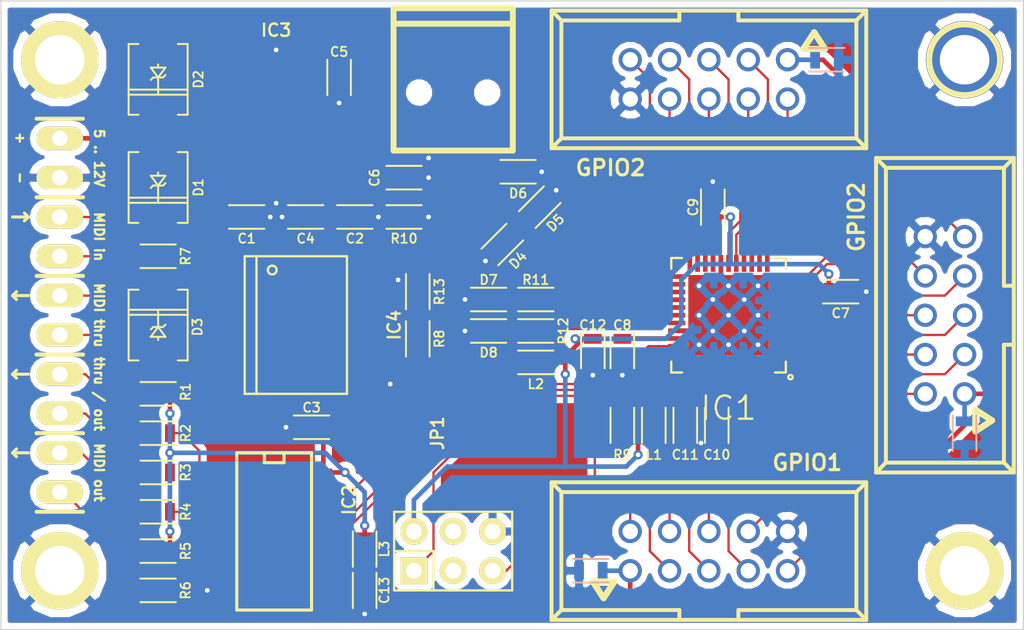
<source format=kicad_pcb>
(kicad_pcb (version 4) (host pcbnew "(2014-09-08 BZR 5122)-product")
  (layers (0 F.Cu signal) (31 B.Cu signal) (34 B.Paste user) (35 F.Paste user) (36 B.SilkS user) (37 F.SilkS user) (38 B.Mask user) (39 F.Mask user) (44 Edge.Cuts user))
  (net 0 "")
  (net 1 "Net-(C1-Pad1)")
  (net 2 GND)
  (net 3 VBUS)
  (net 4 "Net-(C10-Pad1)")
  (net 5 "Net-(C12-Pad1)")
  (net 6 "Net-(CON1-Pad2)")
  (net 7 "Net-(CON1-Pad3)")
  (net 8 "Net-(CON1-Pad4)")
  (net 9 "Net-(CON1-Pad6)")
  (net 10 "Net-(D1-Pad1)")
  (net 11 "Net-(D3-Pad1)")
  (net 12 "Net-(D3-Pad2)")
  (net 13 RXD)
  (net 14 "Net-(IC1-Pad1)")
  (net 15 "Net-(IC1-Pad2)")
  (net 16 "Net-(IC1-Pad3)")
  (net 17 "Net-(IC1-Pad4)")
  (net 18 "Net-(IC1-Pad5)")
  (net 19 "Net-(IC1-Pad6)")
  (net 20 "Net-(IC1-Pad7)")
  (net 21 "Net-(IC1-Pad10)")
  (net 22 "Net-(IC1-Pad11)")
  (net 23 "Net-(IC1-Pad12)")
  (net 24 "Net-(IC1-Pad13)")
  (net 25 "Net-(IC1-Pad14)")
  (net 26 "Net-(IC1-Pad15)")
  (net 27 "Net-(IC1-Pad16)")
  (net 28 "Net-(IC1-Pad17)")
  (net 29 "Net-(IC1-Pad20)")
  (net 30 "Net-(IC1-Pad21)")
  (net 31 "Net-(IC1-Pad22)")
  (net 32 "Net-(IC1-Pad23)")
  (net 33 "Net-(IC1-Pad24)")
  (net 34 "Net-(IC1-Pad25)")
  (net 35 "Net-(IC1-Pad28)")
  (net 36 "Net-(IC1-Pad29)")
  (net 37 TXD)
  (net 38 "Net-(IC1-Pad34)")
  (net 39 "Net-(IC1-Pad35)")
  (net 40 "Net-(IC1-Pad36)")
  (net 41 "Net-(IC1-Pad37)")
  (net 42 "Net-(IC1-Pad40)")
  (net 43 "Net-(IC1-Pad41)")
  (net 44 "Net-(IC1-Pad42)")
  (net 45 "Net-(IC1-Pad43)")
  (net 46 "Net-(IC1-Pad44)")
  (net 47 "Net-(P1-Pad1)")
  (net 48 "Net-(P2-Pad1)")
  (net 49 "Net-(P2-Pad2)")
  (net 50 "Net-(P3-Pad1)")
  (net 51 "Net-(P3-Pad2)")
  (net 52 "Net-(P4-Pad1)")
  (net 53 "Net-(P4-Pad2)")
  (net 54 "Net-(P6-Pad3)")
  (net 55 "Net-(P6-Pad4)")
  (net 56 "Net-(IC2-Pad1)")
  (net 57 "Net-(IC2-Pad10)")
  (net 58 "Net-(IC4-Pad7)")
  (net 59 "Net-(IC2-Pad5)")
  (net 60 "Net-(C6-Pad2)")
  (net 61 "Net-(CON1-Pad7)")
  (net 62 "Net-(CON1-Pad9)")
  (net 63 VGPIO)
  (net 64 "Net-(D7-Pad1)")
  (net 65 "Net-(D8-Pad1)")
  (net 66 +3.3V)
  (net 67 "Net-(IC2-Pad2)")
  (net 68 "Net-(IC2-Pad4)")
  (net 69 "Net-(IC2-Pad6)")
  (net 70 "Net-(IC2-Pad11)")
  (module Connect:USB_MINI_B (layer F.Cu) (at 96.52 128.27 270)
    (fp_text reference CON1 hide)
    (fp_text value USB-MINI-B hide)
    (pad 1 smd rect (at 3.44932 -1.6002 270) (size 2.30124 0.50038) (layers F.Cu F.Paste F.Mask) (net 3 VBUS))
    (pad 2 smd rect (at 3.44932 -0.8001 270) (size 2.30124 0.50038) (layers F.Cu F.Paste F.Mask) (net 6 "Net-(CON1-Pad2)"))
    (pad 3 smd rect (at 3.44932 0 270) (size 2.30124 0.50038) (layers F.Cu F.Paste F.Mask) (net 7 "Net-(CON1-Pad3)"))
    (pad 4 smd rect (at 3.44932 0.8001 270) (size 2.30124 0.50038) (layers F.Cu F.Paste F.Mask) (net 8 "Net-(CON1-Pad4)"))
    (pad 5 smd rect (at 3.44932 1.6002 270) (size 2.30124 0.50038) (layers F.Cu F.Paste F.Mask) (net 2 GND))
    (pad 6 smd rect (at 3.35026 -4.45008 270) (size 2.49936 1.99898) (layers F.Cu F.Paste F.Mask) (net 9 "Net-(CON1-Pad6)"))
    (pad 7 smd rect (at -2.14884 -4.45008 270) (size 2.49936 1.99898) (layers F.Cu F.Paste F.Mask) (net 61 "Net-(CON1-Pad7)"))
    (pad 8 smd rect (at 3.35026 4.45008 270) (size 2.49936 1.99898) (layers F.Cu F.Paste F.Mask) (net 60 "Net-(C6-Pad2)"))
    (pad 9 smd rect (at -2.14884 4.45008 270) (size 2.49936 1.99898) (layers F.Cu F.Paste F.Mask) (net 62 "Net-(CON1-Pad9)"))
    (pad "" np_thru_hole circle (at 0.8509 -2.19964 270) (size 0.89916 0.89916) (drill 0.89916) (layers *.Cu *.Mask F.SilkS))
    (pad 2 np_thru_hole circle (at 0.8509 2.19964 270) (size 0.89916 0.89916) (drill 0.89916) (layers *.Cu *.Mask F.SilkS) (net 6 "Net-(CON1-Pad2)"))
  )
  (module SMD_Packages:DO-214-AC_SMA (layer F.Cu) (at 77.47 135.255 270)
    (fp_text reference D1 (at 0 -2.60096 270) (layer F.SilkS) (effects (font (size 0.6 0.6) (thickness 0.1143))))
    (fp_text value DIODE hide)
    (pad 1 smd rect (at -1.89992 0 270) (size 1.6002 2.19964) (layers F.Cu F.Paste F.Mask) (net 10 "Net-(D1-Pad1)"))
    (pad 2 smd rect (at 1.89992 0 270) (size 1.6002 2.19964) (layers F.Cu F.Paste F.Mask) (net 1 "Net-(C1-Pad1)"))
  )
  (module SMD_Packages:DO-214-AC_SMA (layer F.Cu) (at 77.47 128.27 270)
    (fp_text reference D2 (at 0 -2.60096 270) (layer F.SilkS) (effects (font (size 0.6 0.6) (thickness 0.1143))))
    (fp_text value DIODE hide)
    (pad 1 smd rect (at -1.89992 0 270) (size 1.6002 2.19964) (layers F.Cu F.Paste F.Mask) (net 3 VBUS))
    (pad 2 smd rect (at 1.89992 0 270) (size 1.6002 2.19964) (layers F.Cu F.Paste F.Mask) (net 1 "Net-(C1-Pad1)"))
  )
  (module SMD_Packages:DO-214-AC_SMA (layer F.Cu) (at 77.47 144.145 90)
    (fp_text reference D3 (at -0.127 2.54 90) (layer F.SilkS) (effects (font (size 0.6 0.6) (thickness 0.1143))))
    (fp_text value DIODE hide)
    (pad 1 smd rect (at -1.89992 0 90) (size 1.6002 2.19964) (layers F.Cu F.Paste F.Mask) (net 11 "Net-(D3-Pad1)"))
    (pad 2 smd rect (at 1.89992 0 90) (size 1.6002 2.19964) (layers F.Cu F.Paste F.Mask) (net 12 "Net-(D3-Pad2)"))
  )
  (module Solderjumper:SJ3 (layer F.Cu) (at 93.98 151.13 270)
    (fp_text reference JP1 (at 0 -1.524 270) (layer F.SilkS) (effects (font (size 0.8 0.8))))
    (fp_text value JUMPER3 hide)
    (pad 2 smd rect (at 0 0 270) (size 1 1) (layers F.Cu F.Paste F.Mask) (net 70 "Net-(IC2-Pad11)"))
    (pad 1 smd rect (at -1.3 0 270) (size 1 1) (layers F.Cu F.Paste F.Mask) (net 13 RXD))
    (pad 3 smd rect (at 1.3 0 270) (size 1 1) (layers F.Cu F.Paste F.Mask) (net 37 TXD))
  )
  (module Pin_Headers:Pin_Header_Straight_2x03 (layer F.Cu) (at 96.52 158.75)
    (fp_text reference P6 hide)
    (fp_text value PDI hide)
    (pad 1 thru_hole rect (at -2.54 1.27) (size 1.7272 1.7272) (drill 1.016) (layers *.Cu *.Mask F.SilkS) (net 38 "Net-(IC1-Pad34)"))
    (pad 2 thru_hole oval (at -2.54 -1.27) (size 1.7272 1.7272) (drill 1.016) (layers *.Cu *.Mask F.SilkS) (net 5 "Net-(C12-Pad1)"))
    (pad 3 thru_hole oval (at 0 1.27) (size 1.7272 1.7272) (drill 1.016) (layers *.Cu *.Mask F.SilkS) (net 54 "Net-(P6-Pad3)"))
    (pad 4 thru_hole oval (at 0 -1.27) (size 1.7272 1.7272) (drill 1.016) (layers *.Cu *.Mask F.SilkS) (net 55 "Net-(P6-Pad4)"))
    (pad 5 thru_hole oval (at 2.54 1.27) (size 1.7272 1.7272) (drill 1.016) (layers *.Cu *.Mask F.SilkS) (net 39 "Net-(IC1-Pad35)"))
    (pad 6 thru_hole oval (at 2.54 -1.27) (size 1.7272 1.7272) (drill 1.016) (layers *.Cu *.Mask F.SilkS) (net 2 GND))
  )
  (module Connect:VASCH5x2 (layer F.Cu) (at 113.03 158.75)
    (fp_text reference P7 hide)
    (fp_text value GPIO1 (at 6.35 -5.715 180) (layer F.SilkS) (effects (font (thickness 0.2))))
    (pad 1 thru_hole circle (at -5.08 1.27) (size 1.50622 1.50622) (drill 0.99822) (layers *.Cu *.Mask) (net 63 VGPIO))
    (pad 2 thru_hole circle (at -5.08 -1.27) (size 1.50622 1.50622) (drill 0.99822) (layers *.Cu *.Mask) (net 42 "Net-(IC1-Pad40)"))
    (pad 3 thru_hole circle (at -2.54 1.27) (size 1.50622 1.50622) (drill 0.99822) (layers *.Cu *.Mask) (net 43 "Net-(IC1-Pad41)"))
    (pad 4 thru_hole circle (at -2.54 -1.27) (size 1.50622 1.50622) (drill 0.99822) (layers *.Cu *.Mask) (net 44 "Net-(IC1-Pad42)"))
    (pad 5 thru_hole circle (at 0 1.27) (size 1.50622 1.50622) (drill 0.99822) (layers *.Cu *.Mask) (net 45 "Net-(IC1-Pad43)"))
    (pad 6 thru_hole circle (at 0 -1.27) (size 1.50622 1.50622) (drill 0.99822) (layers *.Cu *.Mask) (net 46 "Net-(IC1-Pad44)"))
    (pad 7 thru_hole circle (at 2.54 1.27) (size 1.50622 1.50622) (drill 0.99822) (layers *.Cu *.Mask) (net 14 "Net-(IC1-Pad1)"))
    (pad 8 thru_hole circle (at 2.54 -1.27) (size 1.50622 1.50622) (drill 0.99822) (layers *.Cu *.Mask) (net 15 "Net-(IC1-Pad2)"))
    (pad 9 thru_hole circle (at 5.08 1.27) (size 1.50622 1.50622) (drill 0.99822) (layers *.Cu *.Mask) (net 16 "Net-(IC1-Pad3)"))
    (pad 10 thru_hole circle (at 5.08 -1.27) (size 1.50622 1.50622) (drill 0.99822) (layers *.Cu *.Mask) (net 2 GND))
  )
  (module Connect:VASCH5x2 (layer F.Cu) (at 128.27 143.51 90)
    (fp_text reference P8 hide)
    (fp_text value GPIO2 (at 6.35 -5.715 90) (layer F.SilkS) (effects (font (thickness 0.2))))
    (pad 1 thru_hole circle (at -5.08 1.27 90) (size 1.50622 1.50622) (drill 0.99822) (layers *.Cu *.Mask) (net 63 VGPIO))
    (pad 2 thru_hole circle (at -5.08 -1.27 90) (size 1.50622 1.50622) (drill 0.99822) (layers *.Cu *.Mask) (net 17 "Net-(IC1-Pad4)"))
    (pad 3 thru_hole circle (at -2.54 1.27 90) (size 1.50622 1.50622) (drill 0.99822) (layers *.Cu *.Mask) (net 18 "Net-(IC1-Pad5)"))
    (pad 4 thru_hole circle (at -2.54 -1.27 90) (size 1.50622 1.50622) (drill 0.99822) (layers *.Cu *.Mask) (net 19 "Net-(IC1-Pad6)"))
    (pad 5 thru_hole circle (at 0 1.27 90) (size 1.50622 1.50622) (drill 0.99822) (layers *.Cu *.Mask) (net 20 "Net-(IC1-Pad7)"))
    (pad 6 thru_hole circle (at 0 -1.27 90) (size 1.50622 1.50622) (drill 0.99822) (layers *.Cu *.Mask) (net 21 "Net-(IC1-Pad10)"))
    (pad 7 thru_hole circle (at 2.54 1.27 90) (size 1.50622 1.50622) (drill 0.99822) (layers *.Cu *.Mask) (net 22 "Net-(IC1-Pad11)"))
    (pad 8 thru_hole circle (at 2.54 -1.27 90) (size 1.50622 1.50622) (drill 0.99822) (layers *.Cu *.Mask) (net 23 "Net-(IC1-Pad12)"))
    (pad 9 thru_hole circle (at 5.08 1.27 90) (size 1.50622 1.50622) (drill 0.99822) (layers *.Cu *.Mask) (net 24 "Net-(IC1-Pad13)"))
    (pad 10 thru_hole circle (at 5.08 -1.27 90) (size 1.50622 1.50622) (drill 0.99822) (layers *.Cu *.Mask) (net 2 GND))
  )
  (module Connect:VASCH5x2 (layer F.Cu) (at 113.03 128.27 180)
    (fp_text reference P9 hide)
    (fp_text value GPIO2 (at 6.35 -5.715 180) (layer F.SilkS) (effects (font (thickness 0.2))))
    (pad 1 thru_hole circle (at -5.08 1.27 180) (size 1.50622 1.50622) (drill 0.99822) (layers *.Cu *.Mask) (net 63 VGPIO))
    (pad 2 thru_hole circle (at -5.08 -1.27 180) (size 1.50622 1.50622) (drill 0.99822) (layers *.Cu *.Mask) (net 25 "Net-(IC1-Pad14)"))
    (pad 3 thru_hole circle (at -2.54 1.27 180) (size 1.50622 1.50622) (drill 0.99822) (layers *.Cu *.Mask) (net 26 "Net-(IC1-Pad15)"))
    (pad 4 thru_hole circle (at -2.54 -1.27 180) (size 1.50622 1.50622) (drill 0.99822) (layers *.Cu *.Mask) (net 27 "Net-(IC1-Pad16)"))
    (pad 5 thru_hole circle (at 0 1.27 180) (size 1.50622 1.50622) (drill 0.99822) (layers *.Cu *.Mask) (net 28 "Net-(IC1-Pad17)"))
    (pad 6 thru_hole circle (at 0 -1.27 180) (size 1.50622 1.50622) (drill 0.99822) (layers *.Cu *.Mask) (net 29 "Net-(IC1-Pad20)"))
    (pad 7 thru_hole circle (at 2.54 1.27 180) (size 1.50622 1.50622) (drill 0.99822) (layers *.Cu *.Mask) (net 30 "Net-(IC1-Pad21)"))
    (pad 8 thru_hole circle (at 2.54 -1.27 180) (size 1.50622 1.50622) (drill 0.99822) (layers *.Cu *.Mask) (net 31 "Net-(IC1-Pad22)"))
    (pad 9 thru_hole circle (at 5.08 1.27 180) (size 1.50622 1.50622) (drill 0.99822) (layers *.Cu *.Mask) (net 32 "Net-(IC1-Pad23)"))
    (pad 10 thru_hole circle (at 5.08 -1.27 180) (size 1.50622 1.50622) (drill 0.99822) (layers *.Cu *.Mask) (net 2 GND))
  )
  (module SMD_Packages:SOIC-14_N (layer F.Cu) (at 85.09 157.48 270)
    (fp_text reference IC2 (at -2.032 -4.699 270) (layer F.SilkS) (effects (font (size 0.8 0.8))))
    (fp_text value 74LS14 hide)
    (pad 1 smd rect (at -3.81 3.302 270) (size 0.508 1.143) (layers F.Cu F.Paste F.Mask) (net 56 "Net-(IC2-Pad1)"))
    (pad 2 smd rect (at -2.54 3.302 270) (size 0.508 1.143) (layers F.Cu F.Paste F.Mask) (net 67 "Net-(IC2-Pad2)"))
    (pad 3 smd rect (at -1.27 3.302 270) (size 0.508 1.143) (layers F.Cu F.Paste F.Mask) (net 57 "Net-(IC2-Pad10)"))
    (pad 4 smd rect (at 0 3.302 270) (size 0.508 1.143) (layers F.Cu F.Paste F.Mask) (net 68 "Net-(IC2-Pad4)"))
    (pad 5 smd rect (at 1.27 3.302 270) (size 0.508 1.143) (layers F.Cu F.Paste F.Mask) (net 59 "Net-(IC2-Pad5)"))
    (pad 6 smd rect (at 2.54 3.302 270) (size 0.508 1.143) (layers F.Cu F.Paste F.Mask) (net 69 "Net-(IC2-Pad6)"))
    (pad 7 smd rect (at 3.81 3.302 270) (size 0.508 1.143) (layers F.Cu F.Paste F.Mask) (net 2 GND))
    (pad 8 smd rect (at 3.81 -3.048 270) (size 0.508 1.143) (layers F.Cu F.Paste F.Mask) (net 59 "Net-(IC2-Pad5)"))
    (pad 9 smd rect (at 2.54 -3.048 270) (size 0.508 1.143) (layers F.Cu F.Paste F.Mask) (net 37 TXD))
    (pad 11 smd rect (at 0 -3.048 270) (size 0.508 1.143) (layers F.Cu F.Paste F.Mask) (net 70 "Net-(IC2-Pad11)"))
    (pad 12 smd rect (at -1.27 -3.048 270) (size 0.508 1.143) (layers F.Cu F.Paste F.Mask) (net 56 "Net-(IC2-Pad1)"))
    (pad 13 smd rect (at -2.54 -3.048 270) (size 0.508 1.143) (layers F.Cu F.Paste F.Mask) (net 13 RXD))
    (pad 14 smd rect (at -3.81 -3.048 270) (size 0.508 1.143) (layers F.Cu F.Paste F.Mask) (net 66 +3.3V))
    (pad 10 smd rect (at 1.27 -3.048 270) (size 0.508 1.143) (layers F.Cu F.Paste F.Mask) (net 57 "Net-(IC2-Pad10)"))
  )
  (module SOT223:SOT-223 (layer F.Cu) (at 85.09 131.445)
    (fp_text reference IC3 (at 0 -6.35) (layer F.SilkS) (effects (font (size 0.8 0.8))))
    (fp_text value LT1129CST-3.3 hide)
    (pad 1 smd rect (at -2.3 3.1) (size 1.2 2.2) (layers F.Cu F.Paste F.Mask) (net 1 "Net-(C1-Pad1)"))
    (pad 2 smd rect (at 0 3.1) (size 1.2 2.2) (layers F.Cu F.Paste F.Mask) (net 2 GND))
    (pad 3 smd rect (at 2.3 3.1) (size 1.2 2.2) (layers F.Cu F.Paste F.Mask) (net 66 +3.3V))
    (pad 4 smd rect (at 0 -3.1) (size 3.5 2.2) (layers F.Cu F.Paste F.Mask) (net 2 GND))
  )
  (module Connect:1pin (layer F.Cu) (at 71.12 127)
    (fp_text reference 1PIN hide)
    (fp_text value P*** hide)
    (pad 1 thru_hole circle (at 0 0) (size 5 5) (drill 3.2) (layers *.Cu *.Mask F.SilkS) (net 2 GND))
  )
  (module Connect:1pin (layer F.Cu) (at 71.12 160.02)
    (fp_text reference 1PIN hide)
    (fp_text value P*** hide)
    (pad 1 thru_hole circle (at 0 0) (size 5 5) (drill 3.2) (layers *.Cu *.Mask F.SilkS) (net 2 GND))
  )
  (module Connect:1pin (layer F.Cu) (at 129.54 160.02)
    (fp_text reference 1PIN hide)
    (fp_text value P*** hide)
    (pad 1 thru_hole circle (at 0 0) (size 5 5) (drill 3.2) (layers *.Cu *.Mask F.SilkS) (net 2 GND))
  )
  (module Connect:1pin (layer F.Cu) (at 129.54 127)
    (fp_text reference 1PIN hide)
    (fp_text value P*** hide)
    (pad 1 thru_hole circle (at 0 0) (size 5 5) (drill 3.2) (layers *.Cu *.Mask) (net 2 GND))
  )
  (module Opto:Optocoupler_DIP8_SMD (layer F.Cu) (at 86.36 144.145 270)
    (fp_text reference IC4 (at 0 -6.35 270) (layer F.SilkS) (effects (font (size 0.8 0.8))))
    (fp_text value 6N138 hide)
    (pad 1 smd rect (at -3.81 4.699 270) (size 1.27 1.524) (layers F.Cu F.Paste F.Mask))
    (pad 2 smd rect (at -1.27 4.699 270) (size 1.27 1.524) (layers F.Cu F.Paste F.Mask) (net 12 "Net-(D3-Pad2)"))
    (pad 3 smd rect (at 1.27 4.699 270) (size 1.27 1.524) (layers F.Cu F.Paste F.Mask) (net 11 "Net-(D3-Pad1)"))
    (pad 4 smd rect (at 3.937 4.699 270) (size 1.27 1.524) (layers F.Cu F.Paste F.Mask))
    (pad 5 smd rect (at 3.81 -4.699 270) (size 1.27 1.524) (layers F.Cu F.Paste F.Mask) (net 2 GND))
    (pad 6 smd rect (at 1.27 -4.699 270) (size 1.27 1.524) (layers F.Cu F.Paste F.Mask) (net 13 RXD))
    (pad 7 smd rect (at -1.27 -4.699 270) (size 1.27 1.524) (layers F.Cu F.Paste F.Mask) (net 58 "Net-(IC4-Pad7)"))
    (pad 8 smd rect (at -3.683 -4.699 270) (size 1.27 1.524) (layers F.Cu F.Paste F.Mask) (net 66 +3.3V))
  )
  (module SMD-0603:SMD-0603 (layer F.Cu) (at 83.185 137.16)
    (fp_text reference C1 (at 0 1.397) (layer F.SilkS) (effects (font (size 0.6 0.6) (thickness 0.1143))))
    (fp_text value 10u hide)
    (pad 1 smd rect (at -0.762 0) (size 0.635 1.143) (layers F.Cu F.Paste F.Mask) (net 1 "Net-(C1-Pad1)"))
    (pad 2 smd rect (at 0.762 0) (size 0.635 1.143) (layers F.Cu F.Paste F.Mask) (net 2 GND))
  )
  (module SMD-0603:SMD-0603 (layer F.Cu) (at 90.17 137.16)
    (fp_text reference C2 (at 0 1.397) (layer F.SilkS) (effects (font (size 0.6 0.6) (thickness 0.1143))))
    (fp_text value 100n hide)
    (pad 1 smd rect (at -0.762 0) (size 0.635 1.143) (layers F.Cu F.Paste F.Mask) (net 66 +3.3V))
    (pad 2 smd rect (at 0.762 0) (size 0.635 1.143) (layers F.Cu F.Paste F.Mask) (net 2 GND))
  )
  (module SMD-0603:SMD-0603 (layer F.Cu) (at 87.376 150.749 180)
    (fp_text reference C3 (at 0 1.27 180) (layer F.SilkS) (effects (font (size 0.6 0.6) (thickness 0.1143))))
    (fp_text value 100n hide)
    (pad 1 smd rect (at -0.762 0 180) (size 0.635 1.143) (layers F.Cu F.Paste F.Mask) (net 66 +3.3V))
    (pad 2 smd rect (at 0.762 0 180) (size 0.635 1.143) (layers F.Cu F.Paste F.Mask) (net 2 GND))
  )
  (module SMD-0603:SMD-0603 (layer F.Cu) (at 86.995 137.16 180)
    (fp_text reference C4 (at 0 -1.397 180) (layer F.SilkS) (effects (font (size 0.6 0.6) (thickness 0.1143))))
    (fp_text value 10u hide)
    (pad 1 smd rect (at -0.762 0 180) (size 0.635 1.143) (layers F.Cu F.Paste F.Mask) (net 66 +3.3V))
    (pad 2 smd rect (at 0.762 0 180) (size 0.635 1.143) (layers F.Cu F.Paste F.Mask) (net 2 GND))
  )
  (module SMD-0603:SMD-0603 (layer F.Cu) (at 89.154 128.143 270)
    (fp_text reference C5 (at -1.651 0 360) (layer F.SilkS) (effects (font (size 0.6 0.6) (thickness 0.1143))))
    (fp_text value 100n hide)
    (pad 1 smd rect (at -0.762 0 270) (size 0.635 1.143) (layers F.Cu F.Paste F.Mask) (net 3 VBUS))
    (pad 2 smd rect (at 0.762 0 270) (size 0.635 1.143) (layers F.Cu F.Paste F.Mask) (net 2 GND))
  )
  (module SMD-0603:SMD-0603 (layer F.Cu) (at 93.345 134.62 180)
    (fp_text reference C6 (at 1.905 0 270) (layer F.SilkS) (effects (font (size 0.6 0.6) (thickness 0.1143))))
    (fp_text value 4.7n hide)
    (pad 1 smd rect (at -0.762 0 180) (size 0.635 1.143) (layers F.Cu F.Paste F.Mask) (net 2 GND))
    (pad 2 smd rect (at 0.762 0 180) (size 0.635 1.143) (layers F.Cu F.Paste F.Mask) (net 60 "Net-(C6-Pad2)"))
  )
  (module SMD-0603:SMD-0603 (layer F.Cu) (at 121.539 141.986)
    (fp_text reference C7 (at 0 1.397) (layer F.SilkS) (effects (font (size 0.6 0.6) (thickness 0.1143))))
    (fp_text value 100n hide)
    (pad 1 smd rect (at -0.762 0) (size 0.635 1.143) (layers F.Cu F.Paste F.Mask) (net 5 "Net-(C12-Pad1)"))
    (pad 2 smd rect (at 0.762 0) (size 0.635 1.143) (layers F.Cu F.Paste F.Mask) (net 2 GND))
  )
  (module SMD-0603:SMD-0603 (layer F.Cu) (at 107.442 145.796 270)
    (fp_text reference C8 (at -1.651 0 360) (layer F.SilkS) (effects (font (size 0.6 0.6) (thickness 0.1143))))
    (fp_text value 100n hide)
    (pad 1 smd rect (at -0.762 0 270) (size 0.635 1.143) (layers F.Cu F.Paste F.Mask) (net 5 "Net-(C12-Pad1)"))
    (pad 2 smd rect (at 0.762 0 270) (size 0.635 1.143) (layers F.Cu F.Paste F.Mask) (net 2 GND))
  )
  (module SMD-0603:SMD-0603 (layer F.Cu) (at 113.284 136.525 90)
    (fp_text reference C9 (at 0 -1.27 90) (layer F.SilkS) (effects (font (size 0.6 0.6) (thickness 0.1143))))
    (fp_text value 100n hide)
    (pad 1 smd rect (at -0.762 0 90) (size 0.635 1.143) (layers F.Cu F.Paste F.Mask) (net 5 "Net-(C12-Pad1)"))
    (pad 2 smd rect (at 0.762 0 90) (size 0.635 1.143) (layers F.Cu F.Paste F.Mask) (net 2 GND))
  )
  (module SMD-0603:SMD-0603 (layer F.Cu) (at 113.538 150.622 270)
    (fp_text reference C10 (at 1.905 0 360) (layer F.SilkS) (effects (font (size 0.6 0.6) (thickness 0.1143))))
    (fp_text value 100n hide)
    (pad 1 smd rect (at -0.762 0 270) (size 0.635 1.143) (layers F.Cu F.Paste F.Mask) (net 4 "Net-(C10-Pad1)"))
    (pad 2 smd rect (at 0.762 0 270) (size 0.635 1.143) (layers F.Cu F.Paste F.Mask) (net 2 GND))
  )
  (module SMD-0603:SMD-0603 (layer F.Cu) (at 111.506 150.622 270)
    (fp_text reference C11 (at 1.905 0 360) (layer F.SilkS) (effects (font (size 0.6 0.6) (thickness 0.1143))))
    (fp_text value 10u hide)
    (pad 1 smd rect (at -0.762 0 270) (size 0.635 1.143) (layers F.Cu F.Paste F.Mask) (net 4 "Net-(C10-Pad1)"))
    (pad 2 smd rect (at 0.762 0 270) (size 0.635 1.143) (layers F.Cu F.Paste F.Mask) (net 2 GND))
  )
  (module SMD-0603:SMD-0603 (layer F.Cu) (at 105.537 145.796 270)
    (fp_text reference C12 (at -1.651 0 360) (layer F.SilkS) (effects (font (size 0.6 0.6) (thickness 0.1143))))
    (fp_text value 10u hide)
    (pad 1 smd rect (at -0.762 0 270) (size 0.635 1.143) (layers F.Cu F.Paste F.Mask) (net 5 "Net-(C12-Pad1)"))
    (pad 2 smd rect (at 0.762 0 270) (size 0.635 1.143) (layers F.Cu F.Paste F.Mask) (net 2 GND))
  )
  (module SMD-0603:SMD-0603 (layer F.Cu) (at 90.805 161.29 270)
    (fp_text reference C13 (at 0 -1.27 450) (layer F.SilkS) (effects (font (size 0.6 0.6) (thickness 0.1143))))
    (fp_text value 10u hide)
    (pad 1 smd rect (at -0.762 0 270) (size 0.635 1.143) (layers F.Cu F.Paste F.Mask) (net 63 VGPIO))
    (pad 2 smd rect (at 0.762 0 270) (size 0.635 1.143) (layers F.Cu F.Paste F.Mask) (net 2 GND))
  )
  (module SMD-0603:SMD-0603 (layer B.Cu) (at 105.41 160.02 180)
    (fp_text reference C14 hide)
    (fp_text value 100n hide)
    (pad 1 smd rect (at -0.762 0 180) (size 0.635 1.143) (layers B.Cu B.Paste B.Mask) (net 63 VGPIO))
    (pad 2 smd rect (at 0.762 0 180) (size 0.635 1.143) (layers B.Cu B.Paste B.Mask) (net 2 GND))
  )
  (module SMD-0603:SMD-0603 (layer B.Cu) (at 129.54 151.13 270)
    (fp_text reference C15 hide)
    (fp_text value 100n hide)
    (pad 1 smd rect (at -0.762 0 270) (size 0.635 1.143) (layers B.Cu B.Paste B.Mask) (net 63 VGPIO))
    (pad 2 smd rect (at 0.762 0 270) (size 0.635 1.143) (layers B.Cu B.Paste B.Mask) (net 2 GND))
  )
  (module SMD-0603:SMD-0603 (layer B.Cu) (at 120.65 127)
    (fp_text reference C16 hide)
    (fp_text value 100n hide)
    (pad 1 smd rect (at -0.762 0) (size 0.635 1.143) (layers B.Cu B.Paste B.Mask) (net 63 VGPIO))
    (pad 2 smd rect (at 0.762 0) (size 0.635 1.143) (layers B.Cu B.Paste B.Mask) (net 2 GND))
  )
  (module SMD-0603:SMD-0603 (layer F.Cu) (at 99.695 138.938 45)
    (fp_text reference D4 (at 0 1.436841 45) (layer F.SilkS) (effects (font (size 0.6 0.6) (thickness 0.1143))))
    (fp_text value TVS hide)
    (pad 1 smd rect (at -0.762 0 45) (size 0.635 1.143) (layers F.Cu F.Paste F.Mask) (net 2 GND))
    (pad 2 smd rect (at 0.762 0 45) (size 0.635 1.143) (layers F.Cu F.Paste F.Mask) (net 7 "Net-(CON1-Pad3)"))
  )
  (module SMD-0603:SMD-0603 (layer F.Cu) (at 102.108 136.525 225)
    (fp_text reference D5 (at 0 -1.436841 225) (layer F.SilkS) (effects (font (size 0.6 0.6) (thickness 0.1143))))
    (fp_text value TVS hide)
    (pad 1 smd rect (at -0.762 0 225) (size 0.635 1.143) (layers F.Cu F.Paste F.Mask) (net 2 GND))
    (pad 2 smd rect (at 0.762 0 225) (size 0.635 1.143) (layers F.Cu F.Paste F.Mask) (net 6 "Net-(CON1-Pad2)"))
  )
  (module SMD-0603:SMD-0603 (layer F.Cu) (at 100.711 134.239 180)
    (fp_text reference D6 (at 0 -1.397 180) (layer F.SilkS) (effects (font (size 0.6 0.6) (thickness 0.1143))))
    (fp_text value TVS hide)
    (pad 1 smd rect (at -0.762 0 180) (size 0.635 1.143) (layers F.Cu F.Paste F.Mask) (net 2 GND))
    (pad 2 smd rect (at 0.762 0 180) (size 0.635 1.143) (layers F.Cu F.Paste F.Mask) (net 3 VBUS))
  )
  (module SMD-0603:SMD-0603 (layer F.Cu) (at 98.806 142.494 180)
    (fp_text reference D7 (at 0 1.27 180) (layer F.SilkS) (effects (font (size 0.6 0.6) (thickness 0.1143))))
    (fp_text value LED hide)
    (pad 1 smd rect (at -0.762 0 180) (size 0.635 1.143) (layers F.Cu F.Paste F.Mask) (net 64 "Net-(D7-Pad1)"))
    (pad 2 smd rect (at 0.762 0 180) (size 0.635 1.143) (layers F.Cu F.Paste F.Mask) (net 2 GND))
  )
  (module SMD-0603:SMD-0603 (layer F.Cu) (at 98.806 144.526 180)
    (fp_text reference D8 (at 0 -1.397 180) (layer F.SilkS) (effects (font (size 0.6 0.6) (thickness 0.1143))))
    (fp_text value LED hide)
    (pad 1 smd rect (at -0.762 0 180) (size 0.635 1.143) (layers F.Cu F.Paste F.Mask) (net 65 "Net-(D8-Pad1)"))
    (pad 2 smd rect (at 0.762 0 180) (size 0.635 1.143) (layers F.Cu F.Paste F.Mask) (net 2 GND))
  )
  (module SMD-0603:SMD-0603 (layer F.Cu) (at 109.474 150.622 90)
    (fp_text reference L1 (at -1.905 0 180) (layer F.SilkS) (effects (font (size 0.6 0.6) (thickness 0.1143))))
    (fp_text value Bead hide)
    (pad 1 smd rect (at -0.762 0 90) (size 0.635 1.143) (layers F.Cu F.Paste F.Mask) (net 5 "Net-(C12-Pad1)"))
    (pad 2 smd rect (at 0.762 0 90) (size 0.635 1.143) (layers F.Cu F.Paste F.Mask) (net 4 "Net-(C10-Pad1)"))
  )
  (module SMD-0603:SMD-0603 (layer F.Cu) (at 101.854 146.558)
    (fp_text reference L2 (at 0 1.397) (layer F.SilkS) (effects (font (size 0.6 0.6) (thickness 0.1143))))
    (fp_text value 10u hide)
    (pad 1 smd rect (at -0.762 0) (size 0.635 1.143) (layers F.Cu F.Paste F.Mask) (net 66 +3.3V))
    (pad 2 smd rect (at 0.762 0) (size 0.635 1.143) (layers F.Cu F.Paste F.Mask) (net 5 "Net-(C12-Pad1)"))
  )
  (module SMD-0603:SMD-0603 (layer F.Cu) (at 90.805 158.623 270)
    (fp_text reference L3 (at 0 -1.27 270) (layer F.SilkS) (effects (font (size 0.6 0.6) (thickness 0.1143))))
    (fp_text value 10u hide)
    (pad 1 smd rect (at -0.762 0 270) (size 0.635 1.143) (layers F.Cu F.Paste F.Mask) (net 66 +3.3V))
    (pad 2 smd rect (at 0.762 0 270) (size 0.635 1.143) (layers F.Cu F.Paste F.Mask) (net 63 VGPIO))
  )
  (module SMD-0603:SMD-0603 (layer F.Cu) (at 77.47 148.59 180)
    (fp_text reference R1 (at -1.778 0.127 270) (layer F.SilkS) (effects (font (size 0.6 0.6) (thickness 0.1143))))
    (fp_text value 120 hide)
    (pad 1 smd rect (at -0.762 0 180) (size 0.635 1.143) (layers F.Cu F.Paste F.Mask) (net 66 +3.3V))
    (pad 2 smd rect (at 0.762 0 180) (size 0.635 1.143) (layers F.Cu F.Paste F.Mask) (net 48 "Net-(P2-Pad1)"))
  )
  (module SMD-0603:SMD-0603 (layer F.Cu) (at 77.47 151.13 180)
    (fp_text reference R2 (at -1.778 0 270) (layer F.SilkS) (effects (font (size 0.6 0.6) (thickness 0.1143))))
    (fp_text value 120 hide)
    (pad 1 smd rect (at -0.762 0 180) (size 0.635 1.143) (layers F.Cu F.Paste F.Mask) (net 67 "Net-(IC2-Pad2)"))
    (pad 2 smd rect (at 0.762 0 180) (size 0.635 1.143) (layers F.Cu F.Paste F.Mask) (net 49 "Net-(P2-Pad2)"))
  )
  (module SMD-0603:SMD-0603 (layer F.Cu) (at 77.47 153.67 180)
    (fp_text reference R3 (at -1.778 0 450) (layer F.SilkS) (effects (font (size 0.6 0.6) (thickness 0.1143))))
    (fp_text value 120 hide)
    (pad 1 smd rect (at -0.762 0 180) (size 0.635 1.143) (layers F.Cu F.Paste F.Mask) (net 66 +3.3V))
    (pad 2 smd rect (at 0.762 0 180) (size 0.635 1.143) (layers F.Cu F.Paste F.Mask) (net 50 "Net-(P3-Pad1)"))
  )
  (module SMD-0603:SMD-0603 (layer F.Cu) (at 77.47 156.21 180)
    (fp_text reference R4 (at -1.778 0 270) (layer F.SilkS) (effects (font (size 0.6 0.6) (thickness 0.1143))))
    (fp_text value 120 hide)
    (pad 1 smd rect (at -0.762 0 180) (size 0.635 1.143) (layers F.Cu F.Paste F.Mask) (net 68 "Net-(IC2-Pad4)"))
    (pad 2 smd rect (at 0.762 0 180) (size 0.635 1.143) (layers F.Cu F.Paste F.Mask) (net 51 "Net-(P3-Pad2)"))
  )
  (module SMD-0603:SMD-0603 (layer F.Cu) (at 77.47 158.75 180)
    (fp_text reference R5 (at -1.778 0 270) (layer F.SilkS) (effects (font (size 0.6 0.6) (thickness 0.1143))))
    (fp_text value 120 hide)
    (pad 1 smd rect (at -0.762 0 180) (size 0.635 1.143) (layers F.Cu F.Paste F.Mask) (net 66 +3.3V))
    (pad 2 smd rect (at 0.762 0 180) (size 0.635 1.143) (layers F.Cu F.Paste F.Mask) (net 52 "Net-(P4-Pad1)"))
  )
  (module SMD-0603:SMD-0603 (layer F.Cu) (at 77.47 161.29 180)
    (fp_text reference R6 (at -1.778 0 270) (layer F.SilkS) (effects (font (size 0.6 0.6) (thickness 0.1143))))
    (fp_text value 120 hide)
    (pad 1 smd rect (at -0.762 0 180) (size 0.635 1.143) (layers F.Cu F.Paste F.Mask) (net 69 "Net-(IC2-Pad6)"))
    (pad 2 smd rect (at 0.762 0 180) (size 0.635 1.143) (layers F.Cu F.Paste F.Mask) (net 53 "Net-(P4-Pad2)"))
  )
  (module SMD-0603:SMD-0603 (layer F.Cu) (at 77.47 139.7 180)
    (fp_text reference R7 (at -1.778 0 270) (layer F.SilkS) (effects (font (size 0.6 0.6) (thickness 0.1143))))
    (fp_text value 220 hide)
    (pad 1 smd rect (at -0.762 0 180) (size 0.635 1.143) (layers F.Cu F.Paste F.Mask) (net 12 "Net-(D3-Pad2)"))
    (pad 2 smd rect (at 0.762 0 180) (size 0.635 1.143) (layers F.Cu F.Paste F.Mask) (net 47 "Net-(P1-Pad1)"))
  )
  (module SMD-0603:SMD-0603 (layer F.Cu) (at 94.234 145.034 90)
    (fp_text reference R8 (at 0 1.397 90) (layer F.SilkS) (effects (font (size 0.6 0.6) (thickness 0.1143))))
    (fp_text value 270 hide)
    (pad 1 smd rect (at -0.762 0 90) (size 0.635 1.143) (layers F.Cu F.Paste F.Mask) (net 13 RXD))
    (pad 2 smd rect (at 0.762 0 90) (size 0.635 1.143) (layers F.Cu F.Paste F.Mask) (net 66 +3.3V))
  )
  (module SMD-0603:SMD-0603 (layer F.Cu) (at 107.442 150.622 90)
    (fp_text reference R9 (at -1.905 0 180) (layer F.SilkS) (effects (font (size 0.6 0.6) (thickness 0.1143))))
    (fp_text value 10k hide)
    (pad 1 smd rect (at -0.762 0 90) (size 0.635 1.143) (layers F.Cu F.Paste F.Mask) (net 5 "Net-(C12-Pad1)"))
    (pad 2 smd rect (at 0.762 0 90) (size 0.635 1.143) (layers F.Cu F.Paste F.Mask) (net 39 "Net-(IC1-Pad35)"))
  )
  (module SMD-0603:SMD-0603 (layer F.Cu) (at 93.345 137.16)
    (fp_text reference R10 (at 0 1.397) (layer F.SilkS) (effects (font (size 0.6 0.6) (thickness 0.1143))))
    (fp_text value 1M hide)
    (pad 1 smd rect (at -0.762 0) (size 0.635 1.143) (layers F.Cu F.Paste F.Mask) (net 60 "Net-(C6-Pad2)"))
    (pad 2 smd rect (at 0.762 0) (size 0.635 1.143) (layers F.Cu F.Paste F.Mask) (net 2 GND))
  )
  (module SMD-0603:SMD-0603 (layer F.Cu) (at 101.854 142.494 180)
    (fp_text reference R11 (at 0 1.27 180) (layer F.SilkS) (effects (font (size 0.6 0.6) (thickness 0.1143))))
    (fp_text value 120 hide)
    (pad 1 smd rect (at -0.762 0 180) (size 0.635 1.143) (layers F.Cu F.Paste F.Mask) (net 35 "Net-(IC1-Pad28)"))
    (pad 2 smd rect (at 0.762 0 180) (size 0.635 1.143) (layers F.Cu F.Paste F.Mask) (net 64 "Net-(D7-Pad1)"))
  )
  (module SMD-0603:SMD-0603 (layer F.Cu) (at 101.854 144.526 180)
    (fp_text reference R12 (at -1.778 0 270) (layer F.SilkS) (effects (font (size 0.6 0.6) (thickness 0.1143))))
    (fp_text value 120 hide)
    (pad 1 smd rect (at -0.762 0 180) (size 0.635 1.143) (layers F.Cu F.Paste F.Mask) (net 36 "Net-(IC1-Pad29)"))
    (pad 2 smd rect (at 0.762 0 180) (size 0.635 1.143) (layers F.Cu F.Paste F.Mask) (net 65 "Net-(D8-Pad1)"))
  )
  (module SMD-0603:SMD-0603 (layer F.Cu) (at 94.234 141.986 270)
    (fp_text reference R13 (at 0 -1.397 270) (layer F.SilkS) (effects (font (size 0.6 0.6) (thickness 0.1143))))
    (fp_text value 4.7k hide)
    (pad 1 smd rect (at -0.762 0 270) (size 0.635 1.143) (layers F.Cu F.Paste F.Mask) (net 2 GND))
    (pad 2 smd rect (at 0.762 0 270) (size 0.635 1.143) (layers F.Cu F.Paste F.Mask) (net 58 "Net-(IC4-Pad7)"))
  )
  (module Pinheaders:PINHEAD1-2 (layer F.Cu) (at 71.12 138.43 270)
    (fp_text reference P1 hide)
    (fp_text value "MIDI In" hide)
    (pad 1 thru_hole oval (at -1.27 0 270) (size 1.50622 3.01498) (drill 0.99822) (layers *.Cu *.Mask F.SilkS) (net 47 "Net-(P1-Pad1)"))
    (pad 2 thru_hole oval (at 1.27 0 270) (size 1.50622 3.01498) (drill 0.99822) (layers *.Cu *.Mask F.SilkS) (net 11 "Net-(D3-Pad1)"))
  )
  (module Pinheaders:PINHEAD1-2 (layer F.Cu) (at 71.12 143.51 270)
    (fp_text reference P2 hide)
    (fp_text value "MIDI Thru" hide)
    (pad 1 thru_hole oval (at -1.27 0 270) (size 1.50622 3.01498) (drill 0.99822) (layers *.Cu *.Mask F.SilkS) (net 48 "Net-(P2-Pad1)"))
    (pad 2 thru_hole oval (at 1.27 0 270) (size 1.50622 3.01498) (drill 0.99822) (layers *.Cu *.Mask F.SilkS) (net 49 "Net-(P2-Pad2)"))
  )
  (module Pinheaders:PINHEAD1-2 (layer F.Cu) (at 71.12 148.59 270)
    (fp_text reference P3 hide)
    (fp_text value "MIDI T/O" hide)
    (pad 1 thru_hole oval (at -1.27 0 270) (size 1.50622 3.01498) (drill 0.99822) (layers *.Cu *.Mask F.SilkS) (net 50 "Net-(P3-Pad1)"))
    (pad 2 thru_hole oval (at 1.27 0 270) (size 1.50622 3.01498) (drill 0.99822) (layers *.Cu *.Mask F.SilkS) (net 51 "Net-(P3-Pad2)"))
  )
  (module Pinheaders:PINHEAD1-2 (layer F.Cu) (at 71.12 153.67 270)
    (fp_text reference P4 hide)
    (fp_text value "MIDI Out" hide)
    (pad 1 thru_hole oval (at -1.27 0 270) (size 1.50622 3.01498) (drill 0.99822) (layers *.Cu *.Mask F.SilkS) (net 52 "Net-(P4-Pad1)"))
    (pad 2 thru_hole oval (at 1.27 0 270) (size 1.50622 3.01498) (drill 0.99822) (layers *.Cu *.Mask F.SilkS) (net 53 "Net-(P4-Pad2)"))
  )
  (module Pinheaders:PINHEAD1-2 (layer F.Cu) (at 71.12 133.35 270)
    (fp_text reference P5 hide)
    (fp_text value "5..12 V" hide)
    (pad 1 thru_hole oval (at -1.27 0 270) (size 1.50622 3.01498) (drill 0.99822) (layers *.Cu *.Mask F.SilkS) (net 10 "Net-(D1-Pad1)"))
    (pad 2 thru_hole oval (at 1.27 0 270) (size 1.50622 3.01498) (drill 0.99822) (layers *.Cu *.Mask F.SilkS) (net 2 GND))
  )
  (module Atmel:QFN-44-1EP (layer F.Cu) (at 114.3 143.51 180)
    (fp_text reference IC1 (at 0 -6 180) (layer F.SilkS) (effects (font (size 1.5 1.5))))
    (fp_text value ATXMEGA128A4U-M hide)
    (pad 1 smd rect (at -3.35 -2.5 180) (size 1.1 0.3) (layers F.Cu F.Paste F.Mask) (net 14 "Net-(IC1-Pad1)"))
    (pad 2 smd rect (at -3.35 -2 180) (size 1.1 0.3) (layers F.Cu F.Paste F.Mask) (net 15 "Net-(IC1-Pad2)"))
    (pad 3 smd rect (at -3.35 -1.5 180) (size 1.1 0.3) (layers F.Cu F.Paste F.Mask) (net 16 "Net-(IC1-Pad3)"))
    (pad 4 smd rect (at -3.35 -1 180) (size 1.1 0.3) (layers F.Cu F.Paste F.Mask) (net 17 "Net-(IC1-Pad4)"))
    (pad 5 smd rect (at -3.35 -0.5 180) (size 1.1 0.3) (layers F.Cu F.Paste F.Mask) (net 18 "Net-(IC1-Pad5)"))
    (pad 6 smd rect (at -3.35 0 180) (size 1.1 0.3) (layers F.Cu F.Paste F.Mask) (net 19 "Net-(IC1-Pad6)"))
    (pad 7 smd rect (at -3.35 0.5 180) (size 1.1 0.3) (layers F.Cu F.Paste F.Mask) (net 20 "Net-(IC1-Pad7)"))
    (pad 8 smd rect (at -3.35 1 180) (size 1.1 0.3) (layers F.Cu F.Paste F.Mask) (net 2 GND))
    (pad 9 smd rect (at -3.35 1.5 180) (size 1.1 0.3) (layers F.Cu F.Paste F.Mask) (net 5 "Net-(C12-Pad1)"))
    (pad 10 smd rect (at -3.35 2 180) (size 1.1 0.3) (layers F.Cu F.Paste F.Mask) (net 21 "Net-(IC1-Pad10)"))
    (pad 11 smd rect (at -3.35 2.5 180) (size 1.1 0.3) (layers F.Cu F.Paste F.Mask) (net 22 "Net-(IC1-Pad11)"))
    (pad 12 smd rect (at -2.5 3.35 180) (size 0.3 1.1) (layers F.Cu F.Paste F.Mask) (net 23 "Net-(IC1-Pad12)"))
    (pad 13 smd rect (at -2 3.35 180) (size 0.3 1.1) (layers F.Cu F.Paste F.Mask) (net 24 "Net-(IC1-Pad13)"))
    (pad 14 smd rect (at -1.5 3.35 180) (size 0.3 1.1) (layers F.Cu F.Paste F.Mask) (net 25 "Net-(IC1-Pad14)"))
    (pad 15 smd rect (at -1 3.35 180) (size 0.3 1.1) (layers F.Cu F.Paste F.Mask) (net 26 "Net-(IC1-Pad15)"))
    (pad 16 smd rect (at -0.5 3.35 180) (size 0.3 1.1) (layers F.Cu F.Paste F.Mask) (net 27 "Net-(IC1-Pad16)"))
    (pad 17 smd rect (at 0 3.35 180) (size 0.3 1.1) (layers F.Cu F.Paste F.Mask) (net 28 "Net-(IC1-Pad17)"))
    (pad 18 smd rect (at 0.5 3.35 180) (size 0.3 1.1) (layers F.Cu F.Paste F.Mask) (net 2 GND))
    (pad 19 smd rect (at 1 3.35 180) (size 0.3 1.1) (layers F.Cu F.Paste F.Mask) (net 5 "Net-(C12-Pad1)"))
    (pad 20 smd rect (at 1.5 3.35 180) (size 0.3 1.1) (layers F.Cu F.Paste F.Mask) (net 29 "Net-(IC1-Pad20)"))
    (pad 21 smd rect (at 2 3.35 180) (size 0.3 1.1) (layers F.Cu F.Paste F.Mask) (net 30 "Net-(IC1-Pad21)"))
    (pad 22 smd rect (at 2.5 3.35 180) (size 0.3 1.1) (layers F.Cu F.Paste F.Mask) (net 31 "Net-(IC1-Pad22)"))
    (pad 23 smd rect (at 3.35 2.5 180) (size 1.1 0.3) (layers F.Cu F.Paste F.Mask) (net 32 "Net-(IC1-Pad23)"))
    (pad 24 smd rect (at 3.35 2 180) (size 1.1 0.3) (layers F.Cu F.Paste F.Mask) (net 33 "Net-(IC1-Pad24)"))
    (pad 25 smd rect (at 3.35 1.5 180) (size 1.1 0.3) (layers F.Cu F.Paste F.Mask) (net 34 "Net-(IC1-Pad25)"))
    (pad 26 smd rect (at 3.35 1 180) (size 1.1 0.3) (layers F.Cu F.Paste F.Mask) (net 6 "Net-(CON1-Pad2)"))
    (pad 27 smd rect (at 3.35 0.5 180) (size 1.1 0.3) (layers F.Cu F.Paste F.Mask) (net 7 "Net-(CON1-Pad3)"))
    (pad 28 smd rect (at 3.35 0 180) (size 1.1 0.3) (layers F.Cu F.Paste F.Mask) (net 35 "Net-(IC1-Pad28)"))
    (pad 29 smd rect (at 3.35 -0.5 180) (size 1.1 0.3) (layers F.Cu F.Paste F.Mask) (net 36 "Net-(IC1-Pad29)"))
    (pad 30 smd rect (at 3.35 -1 180) (size 1.1 0.3) (layers F.Cu F.Paste F.Mask) (net 2 GND))
    (pad 31 smd rect (at 3.35 -1.5 180) (size 1.1 0.3) (layers F.Cu F.Paste F.Mask) (net 5 "Net-(C12-Pad1)"))
    (pad 32 smd rect (at 3.35 -2 180) (size 1.1 0.3) (layers F.Cu F.Paste F.Mask) (net 13 RXD))
    (pad 33 smd rect (at 3.35 -2.5 180) (size 1.1 0.3) (layers F.Cu F.Paste F.Mask) (net 37 TXD))
    (pad 34 smd rect (at 2.5 -3.35 180) (size 0.3 1.1) (layers F.Cu F.Paste F.Mask) (net 38 "Net-(IC1-Pad34)"))
    (pad 35 smd rect (at 2 -3.35 180) (size 0.3 1.1) (layers F.Cu F.Paste F.Mask) (net 39 "Net-(IC1-Pad35)"))
    (pad 36 smd rect (at 1.5 -3.35 180) (size 0.3 1.1) (layers F.Cu F.Paste F.Mask) (net 40 "Net-(IC1-Pad36)"))
    (pad 37 smd rect (at 1 -3.35 180) (size 0.3 1.1) (layers F.Cu F.Paste F.Mask) (net 41 "Net-(IC1-Pad37)"))
    (pad 38 smd rect (at 0.5 -3.35 180) (size 0.3 1.1) (layers F.Cu F.Paste F.Mask) (net 2 GND))
    (pad 39 smd rect (at 0 -3.35 180) (size 0.3 1.1) (layers F.Cu F.Paste F.Mask) (net 4 "Net-(C10-Pad1)"))
    (pad 40 smd rect (at -0.5 -3.35 180) (size 0.3 1.1) (layers F.Cu F.Paste F.Mask) (net 42 "Net-(IC1-Pad40)"))
    (pad 41 smd rect (at -1 -3.35 180) (size 0.3 1.1) (layers F.Cu F.Paste F.Mask) (net 43 "Net-(IC1-Pad41)"))
    (pad 42 smd rect (at -1.5 -3.35 180) (size 0.3 1.1) (layers F.Cu F.Paste F.Mask) (net 44 "Net-(IC1-Pad42)"))
    (pad 43 smd rect (at -2 -3.35 180) (size 0.3 1.1) (layers F.Cu F.Paste F.Mask) (net 45 "Net-(IC1-Pad43)"))
    (pad 44 smd rect (at -2.5 -3.35 180) (size 0.3 1.1) (layers F.Cu F.Paste F.Mask) (net 46 "Net-(IC1-Pad44)"))
    (pad 45 smd rect (at 0 0 180) (size 5.2 5.2) (layers F.Cu F.Paste F.Mask) (net 2 GND))
    (pad 45 thru_hole circle (at 0 -1.905 180) (size 0.4 0.4) (drill 0.3) (layers *.Cu) (net 2 GND))
    (pad 45 thru_hole circle (at 1.905 -1.905 180) (size 0.4 0.4) (drill 0.3) (layers *.Cu) (net 2 GND))
    (pad 45 thru_hole circle (at -1.905 -1.905 180) (size 0.4 0.4) (drill 0.3) (layers *.Cu) (net 2 GND))
    (pad 45 thru_hole circle (at -1.905 0 180) (size 0.4 0.4) (drill 0.3) (layers *.Cu) (net 2 GND))
    (pad 45 thru_hole circle (at 0 0 180) (size 0.4 0.4) (drill 0.3) (layers *.Cu) (net 2 GND))
    (pad 45 thru_hole circle (at 1.905 0 180) (size 0.4 0.4) (drill 0.3) (layers *.Cu) (net 2 GND))
    (pad 45 thru_hole circle (at 1.905 1.905 180) (size 0.4 0.4) (drill 0.3) (layers *.Cu) (net 2 GND))
    (pad 45 thru_hole circle (at -1.905 1.905 180) (size 0.4 0.4) (drill 0.3) (layers *.Cu) (net 2 GND))
    (pad 45 thru_hole circle (at 0 1.905 180) (size 0.4 0.4) (drill 0.3) (layers *.Cu) (net 2 GND))
    (pad 45 thru_hole circle (at -1.016 -1.016 180) (size 0.4 0.4) (drill 0.3) (layers *.Cu) (net 2 GND))
    (pad 45 thru_hole circle (at -1.016 1.016 180) (size 0.4 0.4) (drill 0.3) (layers *.Cu) (net 2 GND))
    (pad 45 thru_hole circle (at 1.016 1.016 180) (size 0.4 0.4) (drill 0.3) (layers *.Cu) (net 2 GND))
    (pad 45 thru_hole circle (at 1.016 -1.016 180) (size 0.4 0.4) (drill 0.3) (layers *.Cu) (net 2 GND))
  )
  (gr_line (start 68.072 152.4) (end 68.326 152.654) (angle 90) (layer F.SilkS) (width 0.2))
  (gr_line (start 68.072 152.4) (end 68.326 152.146) (angle 90) (layer F.SilkS) (width 0.2))
  (gr_line (start 68.072 147.32) (end 68.326 147.574) (angle 90) (layer F.SilkS) (width 0.2))
  (gr_line (start 68.072 147.32) (end 68.326 147.066) (angle 90) (layer F.SilkS) (width 0.2))
  (gr_line (start 68.072 142.24) (end 68.326 142.494) (angle 90) (layer F.SilkS) (width 0.2))
  (gr_line (start 68.072 142.24) (end 68.326 141.986) (angle 90) (layer F.SilkS) (width 0.2))
  (gr_line (start 69.088 152.4) (end 68.072 152.4) (angle 90) (layer F.SilkS) (width 0.2))
  (gr_line (start 69.088 147.32) (end 68.072 147.32) (angle 90) (layer F.SilkS) (width 0.2))
  (gr_line (start 69.088 142.24) (end 68.072 142.24) (angle 90) (layer F.SilkS) (width 0.2))
  (gr_line (start 69.088 137.16) (end 68.834 137.414) (angle 90) (layer F.SilkS) (width 0.2))
  (gr_line (start 69.088 137.16) (end 68.834 136.906) (angle 90) (layer F.SilkS) (width 0.2))
  (gr_line (start 69.088 137.16) (end 68.072 137.16) (angle 90) (layer F.SilkS) (width 0.2))
  (gr_text "+    -" (at 68.58 133.35 270) (layer F.SilkS) (effects (font (size 0.6 0.6))))
  (gr_text "MIDI out" (at 73.66 153.67 270) (layer F.SilkS) (effects (font (size 0.6 0.6))))
  (gr_text "thru / out" (at 73.66 148.59 270) (layer F.SilkS) (effects (font (size 0.6 0.6))))
  (gr_text "MIDI in" (at 73.66 138.43 270) (layer F.SilkS) (effects (font (size 0.6 0.6))))
  (gr_text "MIDI thru" (at 73.66 143.51 270) (layer F.SilkS) (effects (font (size 0.6 0.6))))
  (gr_text "5 .. 12V" (at 73.66 133.35 270) (layer F.SilkS) (effects (font (size 0.6 0.6))))
  (gr_line (start 133.35 163.83) (end 67.31 163.83) (angle 90) (layer Edge.Cuts) (width 0.1))
  (gr_line (start 67.31 123.19) (end 133.35 123.19) (angle 90) (layer Edge.Cuts) (width 0.1))
  (gr_line (start 67.31 123.19) (end 67.31 163.83) (angle 90) (layer Edge.Cuts) (width 0.1))
  (gr_line (start 133.35 163.83) (end 133.35 123.19) (angle 90) (layer Edge.Cuts) (width 0.1))
  (segment (start 77.47 130.16992) (end 79.36992 130.16992) (width 0.3) (layer F.Cu) (net 1))
  (segment (start 80.01 130.81) (end 80.01 137.15492) (width 0.3) (layer F.Cu) (net 1))
  (segment (start 79.36992 130.16992) (end 80.01 130.81) (width 0.3) (layer F.Cu) (net 1))
  (segment (start 82.423 137.16) (end 82.423 134.912) (width 0.3) (layer F.Cu) (net 1))
  (segment (start 82.423 134.912) (end 82.79 134.545) (width 0.3) (layer F.Cu) (net 1))
  (segment (start 77.47 137.15492) (end 80.01 137.15492) (width 0.3) (layer F.Cu) (net 1))
  (segment (start 80.01 137.15492) (end 82.41792 137.15492) (width 0.3) (layer F.Cu) (net 1))
  (segment (start 82.41792 137.15492) (end 82.423 137.16) (width 0.3) (layer F.Cu) (net 1))
  (segment (start 82.588 134.747) (end 82.79 134.545) (width 0.3) (layer F.Cu) (net 1))
  (segment (start 114.3 143.51) (end 113.8 144.01) (width 0.3) (layer F.Cu) (net 2))
  (segment (start 113.8 144.01) (end 113.8 146.86) (width 0.3) (layer F.Cu) (net 2))
  (segment (start 114.3 143.51) (end 115.3 142.51) (width 0.3) (layer F.Cu) (net 2))
  (segment (start 115.3 142.51) (end 117.65 142.51) (width 0.3) (layer F.Cu) (net 2))
  (segment (start 114.3 143.51) (end 113.8 143.01) (width 0.3) (layer F.Cu) (net 2))
  (segment (start 110.95 144.51) (end 113.3 144.51) (width 0.3) (layer F.Cu) (net 2))
  (segment (start 113.3 144.51) (end 114.3 143.51) (width 0.3) (layer F.Cu) (net 2))
  (segment (start 112.522 151.384) (end 112.522 151.765) (width 0.3) (layer F.Cu) (net 2))
  (via (at 112.522 151.765) (size 0.6) (layers F.Cu B.Cu) (net 2))
  (segment (start 111.506 151.384) (end 112.522 151.384) (width 0.3) (layer F.Cu) (net 2))
  (segment (start 112.522 151.384) (end 113.538 151.384) (width 0.3) (layer F.Cu) (net 2))
  (segment (start 86.614 150.749) (end 85.725 150.749) (width 0.3) (layer F.Cu) (net 2))
  (via (at 85.725 150.749) (size 0.6) (layers F.Cu B.Cu) (net 2))
  (segment (start 81.788 161.29) (end 80.645 161.29) (width 0.3) (layer F.Cu) (net 2))
  (via (at 80.645 161.29) (size 0.6) (layers F.Cu B.Cu) (net 2))
  (segment (start 94.9325 134.62) (end 94.9325 137.16) (width 0.3) (layer F.Cu) (net 2))
  (via (at 94.9325 134.62) (size 0.6) (layers F.Cu B.Cu) (net 2))
  (via (at 94.9325 137.16) (size 0.6) (layers F.Cu B.Cu) (net 2))
  (segment (start 94.9325 137.16) (end 94.107 137.16) (width 0.3) (layer F.Cu) (net 2))
  (segment (start 94.9325 134.62) (end 94.9325 133.35) (width 0.3) (layer F.Cu) (net 2))
  (segment (start 94.107 134.62) (end 94.9325 134.62) (width 0.3) (layer F.Cu) (net 2))
  (segment (start 85.09 137.16) (end 85.09 136.271) (width 0.3) (layer F.Cu) (net 2))
  (via (at 85.09 136.271) (size 0.6) (layers F.Cu B.Cu) (net 2))
  (segment (start 85.09 136.271) (end 85.09 134.545) (width 0.3) (layer F.Cu) (net 2))
  (segment (start 84.709 137.16) (end 85.09 137.16) (width 0.3) (layer F.Cu) (net 2))
  (segment (start 85.09 137.16) (end 85.471 137.16) (width 0.3) (layer F.Cu) (net 2))
  (via (at 84.709 137.16) (size 0.6) (layers F.Cu B.Cu) (net 2))
  (segment (start 83.947 137.16) (end 84.709 137.16) (width 0.3) (layer F.Cu) (net 2))
  (via (at 85.471 137.16) (size 0.6) (layers F.Cu B.Cu) (net 2))
  (segment (start 85.471 137.16) (end 86.233 137.16) (width 0.3) (layer F.Cu) (net 2))
  (segment (start 94.9198 131.71932) (end 94.9198 133.3373) (width 0.3) (layer F.Cu) (net 2))
  (via (at 94.9325 133.35) (size 0.6) (layers F.Cu B.Cu) (net 2))
  (segment (start 94.9198 133.3373) (end 94.9325 133.35) (width 0.3) (layer F.Cu) (net 2))
  (segment (start 89.154 128.905) (end 89.154 129.794) (width 0.3) (layer F.Cu) (net 2))
  (via (at 89.154 129.794) (size 0.6) (layers F.Cu B.Cu) (net 2))
  (via (at 105.537 147.3835) (size 0.6) (layers F.Cu B.Cu) (net 2))
  (segment (start 105.537 146.558) (end 105.537 147.3835) (width 0.3) (layer F.Cu) (net 2))
  (segment (start 107.442 146.558) (end 107.442 147.3835) (width 0.3) (layer F.Cu) (net 2))
  (via (at 107.442 147.3835) (size 0.6) (layers F.Cu B.Cu) (net 2))
  (segment (start 113.284 135.763) (end 113.284 134.874) (width 0.3) (layer F.Cu) (net 2))
  (via (at 113.284 134.874) (size 0.6) (layers F.Cu B.Cu) (net 2))
  (segment (start 85.09 128.345) (end 85.09 126.365) (width 0.3) (layer F.Cu) (net 2))
  (via (at 85.09 126.365) (size 0.6) (layers F.Cu B.Cu) (net 2))
  (via (at 123.19 141.986) (size 0.6) (layers F.Cu B.Cu) (net 2))
  (segment (start 122.301 141.986) (end 123.19 141.986) (width 0.3) (layer F.Cu) (net 2))
  (via (at 92.456 147.955) (size 0.6) (layers F.Cu B.Cu) (net 2))
  (segment (start 91.059 147.955) (end 92.456 147.955) (width 0.3) (layer F.Cu) (net 2))
  (segment (start 90.932 137.16) (end 91.694 137.16) (width 0.3) (layer F.Cu) (net 2))
  (via (at 91.694 137.16) (size 0.6) (layers F.Cu B.Cu) (net 2))
  (via (at 102.235 134.239) (size 0.6) (layers F.Cu B.Cu) (net 2))
  (segment (start 101.473 134.239) (end 102.235 134.239) (width 0.3) (layer F.Cu) (net 2))
  (via (at 103.1748 135.4328) (size 0.6) (layers F.Cu B.Cu) (net 2))
  (segment (start 102.646815 135.960785) (end 103.1748 135.4328) (width 0.3) (layer F.Cu) (net 2))
  (segment (start 102.646815 135.986185) (end 102.646815 135.960785) (width 0.3) (layer F.Cu) (net 2))
  (via (at 98.6028 140.0048) (size 0.6) (layers F.Cu B.Cu) (net 2))
  (segment (start 99.130785 139.476815) (end 98.6028 140.0048) (width 0.3) (layer F.Cu) (net 2))
  (segment (start 99.156185 139.476815) (end 99.130785 139.476815) (width 0.3) (layer F.Cu) (net 2))
  (via (at 97.282 142.494) (size 0.6) (layers F.Cu B.Cu) (net 2))
  (segment (start 98.044 142.494) (end 97.282 142.494) (width 0.3) (layer F.Cu) (net 2))
  (via (at 97.282 144.526) (size 0.6) (layers F.Cu B.Cu) (net 2))
  (segment (start 98.044 144.526) (end 97.282 144.526) (width 0.3) (layer F.Cu) (net 2))
  (via (at 92.964 141.224) (size 0.6) (layers F.Cu B.Cu) (net 2))
  (segment (start 94.234 141.224) (end 92.964 141.224) (width 0.3) (layer F.Cu) (net 2))
  (via (at 90.805 162.814) (size 0.6) (layers F.Cu B.Cu) (net 2))
  (segment (start 90.805 162.052) (end 90.805 162.814) (width 0.3) (layer F.Cu) (net 2))
  (segment (start 113.8 143.01) (end 113.8 140.16) (width 0.3) (layer F.Cu) (net 2))
  (segment (start 89.154 127.381) (end 89.154 126.619) (width 0.3) (layer F.Cu) (net 3))
  (segment (start 81.27492 126.37008) (end 77.47 126.37008) (width 0.3) (layer F.Cu) (net 3))
  (segment (start 82.042 125.603) (end 81.27492 126.37008) (width 0.3) (layer F.Cu) (net 3))
  (segment (start 88.138 125.603) (end 82.042 125.603) (width 0.3) (layer F.Cu) (net 3))
  (segment (start 89.154 126.619) (end 88.138 125.603) (width 0.3) (layer F.Cu) (net 3))
  (segment (start 98.1202 131.71932) (end 98.1202 130.1242) (width 0.3) (layer F.Cu) (net 3))
  (segment (start 90.043 127.381) (end 89.154 127.381) (width 0.3) (layer F.Cu) (net 3))
  (segment (start 90.678 128.016) (end 90.043 127.381) (width 0.3) (layer F.Cu) (net 3))
  (segment (start 96.012 128.016) (end 90.678 128.016) (width 0.3) (layer F.Cu) (net 3))
  (segment (start 98.1202 130.1242) (end 96.012 128.016) (width 0.3) (layer F.Cu) (net 3))
  (segment (start 99.06 134.239) (end 98.1202 133.2992) (width 0.3) (layer F.Cu) (net 3))
  (segment (start 98.1202 133.2992) (end 98.1202 131.71932) (width 0.3) (layer F.Cu) (net 3))
  (segment (start 99.949 134.239) (end 99.06 134.239) (width 0.3) (layer F.Cu) (net 3))
  (segment (start 113.538 149.225) (end 113.538 149.86) (width 0.3) (layer F.Cu) (net 4))
  (segment (start 111.506 149.86) (end 113.538 149.86) (width 0.3) (layer F.Cu) (net 4))
  (segment (start 109.474 149.86) (end 111.506 149.86) (width 0.3) (layer F.Cu) (net 4))
  (segment (start 114.3 146.86) (end 114.3 148.01) (width 0.3) (layer F.Cu) (net 4))
  (segment (start 114.3 148.01) (end 114.3 148.463) (width 0.3) (layer F.Cu) (net 4))
  (segment (start 114.3 148.463) (end 113.538 149.225) (width 0.3) (layer F.Cu) (net 4))
  (segment (start 113.3 140.16) (end 113.3 139.01) (width 0.3) (layer F.Cu) (net 5))
  (segment (start 110.95 145.01) (end 109.8 145.01) (width 0.3) (layer F.Cu) (net 5))
  (segment (start 108.585 145.01) (end 107.466 145.01) (width 0.3) (layer F.Cu) (net 5))
  (segment (start 109.8 145.01) (end 108.585 145.01) (width 0.3) (layer F.Cu) (net 5))
  (segment (start 117.65 142.01) (end 118.8 142.01) (width 0.3) (layer F.Cu) (net 5))
  (segment (start 118.8 142.01) (end 120.753 142.01) (width 0.3) (layer F.Cu) (net 5))
  (segment (start 113.3 139.01) (end 113.3 137.303) (width 0.3) (layer F.Cu) (net 5))
  (segment (start 113.284 137.287) (end 113.411 137.16) (width 0.3) (layer F.Cu) (net 5))
  (segment (start 113.411 137.16) (end 114.427 137.16) (width 0.3) (layer F.Cu) (net 5))
  (segment (start 114.427 137.16) (end 114.427 140.208) (width 0.3) (layer B.Cu) (net 5))
  (via (at 114.427 137.16) (size 0.6) (layers F.Cu B.Cu) (net 5))
  (segment (start 114.427 140.208) (end 114.427 140.081) (width 0.3) (layer B.Cu) (net 5))
  (segment (start 114.427 140.081) (end 114.427 140.208) (width 0.3) (layer B.Cu) (net 5))
  (segment (start 114.427 140.208) (end 114.3 140.208) (width 0.3) (layer B.Cu) (net 5))
  (via (at 120.777 140.843) (size 0.6) (layers F.Cu B.Cu) (net 5))
  (segment (start 120.777 140.843) (end 120.777 141.986) (width 0.3) (layer F.Cu) (net 5))
  (segment (start 114.3 140.208) (end 119.634 140.208) (width 0.3) (layer B.Cu) (net 5))
  (segment (start 119.634 140.208) (end 120.142 140.208) (width 0.3) (layer B.Cu) (net 5))
  (segment (start 120.142 140.208) (end 120.777 140.843) (width 0.3) (layer B.Cu) (net 5))
  (segment (start 103.759 147.32) (end 103.759 153.289) (width 0.3) (layer B.Cu) (net 5))
  (segment (start 103.759 146.558) (end 103.759 147.32) (width 0.3) (layer F.Cu) (net 5))
  (via (at 103.759 147.32) (size 0.6) (layers F.Cu B.Cu) (net 5))
  (segment (start 103.759 153.289) (end 103.759 153.162) (width 0.3) (layer B.Cu) (net 5))
  (segment (start 103.759 153.162) (end 103.759 153.289) (width 0.3) (layer B.Cu) (net 5))
  (segment (start 93.98 157.48) (end 93.98 155.448) (width 0.3) (layer B.Cu) (net 5))
  (segment (start 93.98 155.448) (end 96.139 153.289) (width 0.3) (layer B.Cu) (net 5))
  (segment (start 96.139 153.289) (end 103.759 153.289) (width 0.3) (layer B.Cu) (net 5))
  (segment (start 108.458 152.527) (end 108.458 151.384) (width 0.3) (layer F.Cu) (net 5))
  (segment (start 103.759 153.289) (end 107.696 153.289) (width 0.3) (layer B.Cu) (net 5))
  (segment (start 107.696 153.289) (end 108.458 152.527) (width 0.3) (layer B.Cu) (net 5))
  (via (at 108.458 152.527) (size 0.6) (layers F.Cu B.Cu) (net 5))
  (segment (start 108.458 151.384) (end 108.458 151.511) (width 0.3) (layer F.Cu) (net 5))
  (segment (start 108.458 151.511) (end 108.458 151.384) (width 0.3) (layer F.Cu) (net 5))
  (segment (start 107.466 145.01) (end 107.442 145.034) (width 0.3) (layer F.Cu) (net 5))
  (segment (start 107.442 145.034) (end 105.537 145.034) (width 0.3) (layer F.Cu) (net 5))
  (segment (start 109.474 151.384) (end 108.458 151.384) (width 0.3) (layer F.Cu) (net 5))
  (segment (start 108.458 151.384) (end 107.442 151.384) (width 0.3) (layer F.Cu) (net 5))
  (segment (start 113.3 137.303) (end 113.284 137.287) (width 0.3) (layer F.Cu) (net 5))
  (segment (start 120.753 142.01) (end 120.777 141.986) (width 0.3) (layer F.Cu) (net 5))
  (segment (start 103.632 146.558) (end 103.759 146.558) (width 0.3) (layer F.Cu) (net 5))
  (segment (start 102.616 146.558) (end 103.759 146.558) (width 0.3) (layer F.Cu) (net 5))
  (segment (start 112.268 140.208) (end 114.3 140.208) (width 0.3) (layer B.Cu) (net 5))
  (via (at 104.394 145.034) (size 0.6) (layers F.Cu B.Cu) (net 5))
  (segment (start 110.236 145.034) (end 104.394 145.034) (width 0.3) (layer B.Cu) (net 5))
  (segment (start 111.252 144.018) (end 110.236 145.034) (width 0.3) (layer B.Cu) (net 5))
  (segment (start 111.252 141.224) (end 111.252 144.018) (width 0.3) (layer B.Cu) (net 5))
  (segment (start 112.268 140.208) (end 111.252 141.224) (width 0.3) (layer B.Cu) (net 5))
  (segment (start 105.537 145.034) (end 104.394 145.034) (width 0.3) (layer F.Cu) (net 5))
  (segment (start 103.759 146.177) (end 104.902 145.034) (width 0.3) (layer F.Cu) (net 5))
  (segment (start 104.902 145.034) (end 105.537 145.034) (width 0.3) (layer F.Cu) (net 5))
  (segment (start 103.759 146.558) (end 103.759 146.177) (width 0.3) (layer F.Cu) (net 5))
  (segment (start 103.632 146.558) (end 103.759 146.558) (width 0.3) (layer F.Cu) (net 5))
  (segment (start 109.1057 142.5575) (end 109.9566 142.5575) (width 0.3) (layer F.Cu) (net 6))
  (segment (start 110.0041 142.51) (end 110.95 142.51) (width 0.3) (layer F.Cu) (net 6))
  (segment (start 109.9566 142.5575) (end 110.0041 142.51) (width 0.3) (layer F.Cu) (net 6))
  (segment (start 97.282 131.75742) (end 97.3201 131.71932) (width 0.3) (layer F.Cu) (net 6))
  (segment (start 109.1057 142.5575) (end 109.1057 142.5575) (width 0.3) (layer F.Cu) (net 6))
  (segment (start 109.1057 142.5575) (end 109.1057 142.5575) (width 0.3) (layer F.Cu) (net 6))
  (segment (start 96.9772 133.19252) (end 96.9772 133.5024) (width 0.3) (layer F.Cu) (net 6))
  (segment (start 101.0666 137.5918) (end 106.034798 142.559998) (width 0.3) (layer F.Cu) (net 6))
  (segment (start 96.9772 133.5024) (end 101.0666 137.5918) (width 0.3) (layer F.Cu) (net 6))
  (segment (start 106.034798 142.559998) (end 109.1057 142.559998) (width 0.3) (layer F.Cu) (net 6))
  (segment (start 109.1057 142.559998) (end 109.1057 142.5575) (width 0.3) (layer F.Cu) (net 6))
  (segment (start 97.3201 132.84962) (end 96.9772 133.19252) (width 0.3) (layer F.Cu) (net 6))
  (segment (start 97.3201 131.71932) (end 97.3201 132.84962) (width 0.3) (layer F.Cu) (net 6))
  (segment (start 101.569185 137.089215) (end 101.0666 137.5918) (width 0.3) (layer F.Cu) (net 6))
  (segment (start 101.569185 137.063815) (end 101.569185 137.089215) (width 0.3) (layer F.Cu) (net 6))
  (segment (start 110.95 143.01) (end 109.8 143.01) (width 0.3) (layer F.Cu) (net 7))
  (segment (start 109.8 143.01) (end 105.848402 143.01) (width 0.3) (layer F.Cu) (net 7))
  (segment (start 105.848402 143.01) (end 100.711 137.872598) (width 0.3) (layer F.Cu) (net 7))
  (segment (start 96.527198 131.726518) (end 96.52 131.71932) (width 0.3) (layer F.Cu) (net 7))
  (segment (start 96.527198 131.726518) (end 96.52 131.71932) (width 0.3) (layer F.Cu) (net 7))
  (segment (start 100.711 137.872598) (end 96.52 133.681598) (width 0.3) (layer F.Cu) (net 7))
  (segment (start 96.52 133.681598) (end 96.52 131.71932) (width 0.3) (layer F.Cu) (net 7))
  (segment (start 100.735701 137.897299) (end 100.711 137.922) (width 0.3) (layer F.Cu) (net 7))
  (segment (start 100.711 137.922) (end 100.711 137.872598) (width 0.3) (layer F.Cu) (net 7))
  (segment (start 100.233815 138.399185) (end 100.735701 137.897299) (width 0.3) (layer F.Cu) (net 7))
  (segment (start 71.12 132.08) (end 73.66 132.08) (width 0.3) (layer F.Cu) (net 10))
  (segment (start 74.93508 133.35508) (end 77.47 133.35508) (width 0.3) (layer F.Cu) (net 10))
  (segment (start 73.66 132.08) (end 74.93508 133.35508) (width 0.3) (layer F.Cu) (net 10))
  (segment (start 71.12 139.7) (end 73.66 139.7) (width 0.15) (layer F.Cu) (net 11))
  (segment (start 75.81392 146.04492) (end 77.47 146.04492) (width 0.15) (layer F.Cu) (net 11))
  (segment (start 75.311 145.542) (end 75.81392 146.04492) (width 0.15) (layer F.Cu) (net 11))
  (segment (start 75.311 141.351) (end 75.311 145.542) (width 0.15) (layer F.Cu) (net 11))
  (segment (start 73.66 139.7) (end 75.311 141.351) (width 0.15) (layer F.Cu) (net 11))
  (segment (start 79.25308 146.04492) (end 79.883 145.415) (width 0.15) (layer F.Cu) (net 11))
  (segment (start 79.883 145.415) (end 81.661 145.415) (width 0.15) (layer F.Cu) (net 11))
  (segment (start 77.47 146.04492) (end 79.25308 146.04492) (width 0.15) (layer F.Cu) (net 11))
  (segment (start 77.47 142.24508) (end 77.47 141.478) (width 0.15) (layer F.Cu) (net 12))
  (segment (start 77.47 141.478) (end 78.232 140.716) (width 0.15) (layer F.Cu) (net 12))
  (segment (start 78.232 140.716) (end 78.232 139.7) (width 0.15) (layer F.Cu) (net 12))
  (segment (start 79.25308 142.24508) (end 79.883 142.875) (width 0.15) (layer F.Cu) (net 12))
  (segment (start 79.883 142.875) (end 81.661 142.875) (width 0.15) (layer F.Cu) (net 12))
  (segment (start 77.47 142.24508) (end 79.25308 142.24508) (width 0.15) (layer F.Cu) (net 12))
  (segment (start 110.95 145.51) (end 109.8 145.51) (width 0.15) (layer F.Cu) (net 13))
  (segment (start 109.125 145.51) (end 108.585 146.05) (width 0.15) (layer F.Cu) (net 13))
  (segment (start 108.585 146.05) (end 108.585 147.193) (width 0.15) (layer F.Cu) (net 13))
  (segment (start 108.585 147.193) (end 107.823 147.955) (width 0.15) (layer F.Cu) (net 13))
  (segment (start 107.823 147.955) (end 94.234 147.955) (width 0.15) (layer F.Cu) (net 13))
  (segment (start 109.8 145.51) (end 109.125 145.51) (width 0.15) (layer F.Cu) (net 13))
  (segment (start 94.234 147.955) (end 93.98 147.955) (width 0.15) (layer F.Cu) (net 13))
  (segment (start 88.138 154.94) (end 89.916 154.94) (width 0.15) (layer F.Cu) (net 13))
  (segment (start 92.74 149.83) (end 93.98 149.83) (width 0.15) (layer F.Cu) (net 13))
  (segment (start 91.948 150.622) (end 92.74 149.83) (width 0.15) (layer F.Cu) (net 13))
  (segment (start 91.948 152.908) (end 91.948 150.622) (width 0.15) (layer F.Cu) (net 13))
  (segment (start 89.916 154.94) (end 91.948 152.908) (width 0.15) (layer F.Cu) (net 13))
  (segment (start 93.98 147.955) (end 93.98 149.83) (width 0.15) (layer F.Cu) (net 13))
  (segment (start 93.599 147.955) (end 93.98 147.955) (width 0.15) (layer F.Cu) (net 13))
  (segment (start 91.059 145.415) (end 93.599 147.955) (width 0.15) (layer F.Cu) (net 13))
  (segment (start 93.98 146.05) (end 93.98 147.955) (width 0.15) (layer F.Cu) (net 13))
  (segment (start 94.234 145.796) (end 93.98 146.05) (width 0.15) (layer F.Cu) (net 13))
  (segment (start 117.65 146.01) (end 118.8 146.01) (width 0.15) (layer F.Cu) (net 14))
  (segment (start 119.594 146.01) (end 120.015 146.431) (width 0.15) (layer F.Cu) (net 14))
  (segment (start 120.015 146.431) (end 120.015 150.495) (width 0.15) (layer F.Cu) (net 14))
  (segment (start 120.015 150.495) (end 114.3 156.21) (width 0.15) (layer F.Cu) (net 14))
  (segment (start 114.3 156.21) (end 114.3 158.75) (width 0.15) (layer F.Cu) (net 14))
  (segment (start 114.3 158.75) (end 115.57 160.02) (width 0.15) (layer F.Cu) (net 14))
  (segment (start 118.8 146.01) (end 119.594 146.01) (width 0.15) (layer F.Cu) (net 14))
  (segment (start 117.65 145.51) (end 118.8 145.51) (width 0.15) (layer F.Cu) (net 15))
  (segment (start 119.729 145.51) (end 120.523 146.304) (width 0.15) (layer F.Cu) (net 15))
  (segment (start 120.523 146.304) (end 120.523 152.527) (width 0.15) (layer F.Cu) (net 15))
  (segment (start 120.523 152.527) (end 115.57 157.48) (width 0.15) (layer F.Cu) (net 15))
  (segment (start 118.8 145.51) (end 119.729 145.51) (width 0.15) (layer F.Cu) (net 15))
  (segment (start 117.65 145.01) (end 118.8 145.01) (width 0.15) (layer F.Cu) (net 16))
  (segment (start 121.158 156.972) (end 121.158 145.796) (width 0.15) (layer F.Cu) (net 16))
  (segment (start 121.158 156.972) (end 118.11 160.02) (width 0.15) (layer F.Cu) (net 16))
  (segment (start 121.158 145.796) (end 120.372 145.01) (width 0.15) (layer F.Cu) (net 16))
  (segment (start 120.372 145.01) (end 118.8 145.01) (width 0.15) (layer F.Cu) (net 16))
  (segment (start 117.65 144.51) (end 118.8 144.51) (width 0.15) (layer F.Cu) (net 17))
  (segment (start 125.476 148.59) (end 127 148.59) (width 0.15) (layer F.Cu) (net 17))
  (segment (start 121.396 144.51) (end 125.476 148.59) (width 0.15) (layer F.Cu) (net 17))
  (segment (start 118.8 144.51) (end 121.396 144.51) (width 0.15) (layer F.Cu) (net 17))
  (segment (start 117.65 144.01) (end 118.8 144.01) (width 0.15) (layer F.Cu) (net 18))
  (segment (start 125.857 147.32) (end 128.27 147.32) (width 0.15) (layer F.Cu) (net 18))
  (segment (start 128.27 147.32) (end 129.54 146.05) (width 0.15) (layer F.Cu) (net 18))
  (segment (start 122.547 144.01) (end 125.857 147.32) (width 0.15) (layer F.Cu) (net 18))
  (segment (start 118.8 144.01) (end 122.547 144.01) (width 0.15) (layer F.Cu) (net 18))
  (segment (start 117.65 143.51) (end 118.8 143.51) (width 0.15) (layer F.Cu) (net 19))
  (segment (start 125.476 146.05) (end 127 146.05) (width 0.15) (layer F.Cu) (net 19))
  (segment (start 122.936 143.51) (end 125.476 146.05) (width 0.15) (layer F.Cu) (net 19))
  (segment (start 118.8 143.51) (end 122.936 143.51) (width 0.15) (layer F.Cu) (net 19))
  (segment (start 117.65 143.01) (end 118.8 143.01) (width 0.15) (layer F.Cu) (net 20))
  (segment (start 125.603 144.78) (end 128.27 144.78) (width 0.15) (layer F.Cu) (net 20))
  (segment (start 128.27 144.78) (end 129.54 143.51) (width 0.15) (layer F.Cu) (net 20))
  (segment (start 123.833 143.01) (end 125.603 144.78) (width 0.15) (layer F.Cu) (net 20))
  (segment (start 118.8 143.01) (end 123.833 143.01) (width 0.15) (layer F.Cu) (net 20))
  (segment (start 117.65 141.51) (end 118.8 141.51) (width 0.15) (layer F.Cu) (net 21))
  (segment (start 120.65 140.208) (end 122.555 140.208) (width 0.15) (layer F.Cu) (net 21))
  (segment (start 122.555 140.208) (end 125.857 143.51) (width 0.15) (layer F.Cu) (net 21))
  (segment (start 125.857 143.51) (end 127 143.51) (width 0.15) (layer F.Cu) (net 21))
  (segment (start 119.348 141.51) (end 120.65 140.208) (width 0.15) (layer F.Cu) (net 21))
  (segment (start 118.8 141.51) (end 119.348 141.51) (width 0.15) (layer F.Cu) (net 21))
  (segment (start 126.873 143.51) (end 127 143.51) (width 0.15) (layer F.Cu) (net 21))
  (segment (start 117.65 141.01) (end 118.8 141.01) (width 0.15) (layer F.Cu) (net 22))
  (segment (start 122.936 139.827) (end 125.349 142.24) (width 0.15) (layer F.Cu) (net 22))
  (segment (start 125.349 142.24) (end 128.27 142.24) (width 0.15) (layer F.Cu) (net 22))
  (segment (start 128.27 142.24) (end 129.54 140.97) (width 0.15) (layer F.Cu) (net 22))
  (segment (start 120.523 139.827) (end 122.936 139.827) (width 0.15) (layer F.Cu) (net 22))
  (segment (start 119.34 141.01) (end 120.523 139.827) (width 0.15) (layer F.Cu) (net 22))
  (segment (start 118.8 141.01) (end 119.34 141.01) (width 0.15) (layer F.Cu) (net 22))
  (segment (start 116.8 140.16) (end 116.8 139.01) (width 0.15) (layer F.Cu) (net 23))
  (segment (start 116.8 138.597) (end 117.094 138.303) (width 0.15) (layer F.Cu) (net 23))
  (segment (start 117.094 138.303) (end 124.333 138.303) (width 0.15) (layer F.Cu) (net 23))
  (segment (start 124.333 138.303) (end 127 140.97) (width 0.15) (layer F.Cu) (net 23))
  (segment (start 116.8 139.01) (end 116.8 138.597) (width 0.15) (layer F.Cu) (net 23))
  (segment (start 116.3 140.16) (end 116.3 139.01) (width 0.15) (layer F.Cu) (net 24))
  (segment (start 116.3 138.335) (end 116.967 137.668) (width 0.15) (layer F.Cu) (net 24))
  (segment (start 116.3 139.01) (end 116.3 138.335) (width 0.15) (layer F.Cu) (net 24))
  (segment (start 116.967 137.668) (end 117.729 136.906) (width 0.15) (layer F.Cu) (net 24))
  (segment (start 116.967 137.668) (end 116.967 137.668) (width 0.15) (layer F.Cu) (net 24))
  (segment (start 128.016 136.906) (end 129.54 138.43) (width 0.15) (layer F.Cu) (net 24))
  (segment (start 117.729 136.906) (end 128.016 136.906) (width 0.15) (layer F.Cu) (net 24))
  (segment (start 115.8 140.16) (end 115.8 139.01) (width 0.15) (layer F.Cu) (net 25))
  (segment (start 115.8 138.327) (end 118.11 136.017) (width 0.15) (layer F.Cu) (net 25))
  (segment (start 115.8 139.01) (end 115.8 138.327) (width 0.15) (layer F.Cu) (net 25))
  (segment (start 118.11 136.017) (end 118.11 129.54) (width 0.15) (layer F.Cu) (net 25))
  (segment (start 115.3 140.16) (end 115.3 139.01) (width 0.15) (layer F.Cu) (net 26))
  (segment (start 115.3 138.319) (end 116.84 136.779) (width 0.15) (layer F.Cu) (net 26))
  (segment (start 116.84 136.779) (end 116.84 128.27) (width 0.15) (layer F.Cu) (net 26))
  (segment (start 115.3 139.01) (end 115.3 138.319) (width 0.15) (layer F.Cu) (net 26))
  (segment (start 116.84 128.27) (end 115.57 127) (width 0.15) (layer F.Cu) (net 26))
  (segment (start 114.8 140.16) (end 114.8 139.01) (width 0.15) (layer F.Cu) (net 27))
  (segment (start 114.8 138.311) (end 115.57 137.541) (width 0.15) (layer F.Cu) (net 27))
  (segment (start 114.8 139.01) (end 114.8 138.311) (width 0.15) (layer F.Cu) (net 27))
  (segment (start 115.57 137.541) (end 115.57 129.54) (width 0.15) (layer F.Cu) (net 27))
  (segment (start 114.3 140.16) (end 114.3 139.01) (width 0.15) (layer F.Cu) (net 28))
  (segment (start 114.3 138.176) (end 115.062 137.414) (width 0.15) (layer F.Cu) (net 28))
  (segment (start 115.062 137.414) (end 115.062 131.191) (width 0.15) (layer F.Cu) (net 28))
  (segment (start 115.062 131.191) (end 114.3 130.429) (width 0.15) (layer F.Cu) (net 28))
  (segment (start 114.3 130.429) (end 114.3 128.27) (width 0.15) (layer F.Cu) (net 28))
  (segment (start 114.3 139.01) (end 114.3 138.176) (width 0.15) (layer F.Cu) (net 28))
  (segment (start 114.3 128.27) (end 113.03 127) (width 0.15) (layer F.Cu) (net 28))
  (segment (start 112.8 140.16) (end 112.8 139.01) (width 0.15) (layer F.Cu) (net 29))
  (segment (start 112.8 138.327) (end 112.141 137.668) (width 0.15) (layer F.Cu) (net 29))
  (segment (start 112.141 137.668) (end 112.141 134.874) (width 0.15) (layer F.Cu) (net 29))
  (segment (start 112.141 134.874) (end 113.03 133.985) (width 0.15) (layer F.Cu) (net 29))
  (segment (start 112.8 139.01) (end 112.8 138.327) (width 0.15) (layer F.Cu) (net 29))
  (segment (start 113.03 133.985) (end 113.03 129.54) (width 0.15) (layer F.Cu) (net 29))
  (segment (start 112.3 140.16) (end 112.3 139.01) (width 0.15) (layer F.Cu) (net 30))
  (segment (start 112.3 138.335) (end 111.76 137.795) (width 0.15) (layer F.Cu) (net 30))
  (segment (start 111.76 137.795) (end 111.76 128.27) (width 0.15) (layer F.Cu) (net 30))
  (segment (start 112.3 139.01) (end 112.3 138.335) (width 0.15) (layer F.Cu) (net 30))
  (segment (start 111.76 128.27) (end 110.49 127) (width 0.15) (layer F.Cu) (net 30))
  (segment (start 111.8 140.16) (end 111.8 139.01) (width 0.15) (layer F.Cu) (net 31))
  (segment (start 111.8 138.47) (end 110.49 137.16) (width 0.15) (layer F.Cu) (net 31))
  (segment (start 111.8 139.01) (end 111.8 138.47) (width 0.15) (layer F.Cu) (net 31))
  (segment (start 110.49 137.16) (end 110.49 129.54) (width 0.15) (layer F.Cu) (net 31))
  (segment (start 110.95 141.01) (end 109.8 141.01) (width 0.15) (layer F.Cu) (net 32))
  (segment (start 109.387 141.01) (end 109.22 140.843) (width 0.15) (layer F.Cu) (net 32))
  (segment (start 109.8 141.01) (end 109.387 141.01) (width 0.15) (layer F.Cu) (net 32))
  (segment (start 109.22 140.843) (end 109.22 128.27) (width 0.15) (layer F.Cu) (net 32))
  (segment (start 109.22 128.27) (end 107.95 127) (width 0.15) (layer F.Cu) (net 32))
  (segment (start 110.95 143.51) (end 110.109 143.51) (width 0.15) (layer F.Cu) (net 35))
  (segment (start 103.251 142.494) (end 102.616 142.494) (width 0.15) (layer F.Cu) (net 35))
  (segment (start 103.505 142.748) (end 103.251 142.494) (width 0.15) (layer F.Cu) (net 35))
  (segment (start 103.505 143.383) (end 103.505 142.748) (width 0.15) (layer F.Cu) (net 35))
  (segment (start 104.14 144.018) (end 103.505 143.383) (width 0.15) (layer F.Cu) (net 35))
  (segment (start 109.601 144.018) (end 104.14 144.018) (width 0.15) (layer F.Cu) (net 35))
  (segment (start 110.109 143.51) (end 109.601 144.018) (width 0.15) (layer F.Cu) (net 35))
  (segment (start 110.95 144.01) (end 110.244 144.01) (width 0.15) (layer F.Cu) (net 36))
  (segment (start 103.505 144.526) (end 102.616 144.526) (width 0.15) (layer F.Cu) (net 36))
  (segment (start 103.632 144.399) (end 103.505 144.526) (width 0.15) (layer F.Cu) (net 36))
  (segment (start 109.855 144.399) (end 103.632 144.399) (width 0.15) (layer F.Cu) (net 36))
  (segment (start 110.244 144.01) (end 109.855 144.399) (width 0.15) (layer F.Cu) (net 36))
  (segment (start 110.95 146.01) (end 109.8 146.01) (width 0.15) (layer F.Cu) (net 37))
  (segment (start 88.138 160.02) (end 88.9 160.02) (width 0.15) (layer F.Cu) (net 37))
  (segment (start 93.98 153.035) (end 93.98 152.43) (width 0.15) (layer F.Cu) (net 37))
  (segment (start 89.408 157.607) (end 93.98 153.035) (width 0.15) (layer F.Cu) (net 37))
  (segment (start 89.408 159.512) (end 89.408 157.607) (width 0.15) (layer F.Cu) (net 37))
  (segment (start 88.9 160.02) (end 89.408 159.512) (width 0.15) (layer F.Cu) (net 37))
  (segment (start 93.98 152.43) (end 95.474 152.43) (width 0.15) (layer F.Cu) (net 37))
  (segment (start 109.26 146.01) (end 109.8 146.01) (width 0.15) (layer F.Cu) (net 37))
  (segment (start 108.966 146.304) (end 109.26 146.01) (width 0.15) (layer F.Cu) (net 37))
  (segment (start 108.966 147.447) (end 108.966 146.304) (width 0.15) (layer F.Cu) (net 37))
  (segment (start 108.077 148.336) (end 108.966 147.447) (width 0.15) (layer F.Cu) (net 37))
  (segment (start 99.568 148.336) (end 108.077 148.336) (width 0.15) (layer F.Cu) (net 37))
  (segment (start 95.474 152.43) (end 99.568 148.336) (width 0.15) (layer F.Cu) (net 37))
  (segment (start 109.8 146.01) (end 109.641 146.01) (width 0.15) (layer F.Cu) (net 37))
  (segment (start 98.171 150.749) (end 95.25 153.67) (width 0.15) (layer F.Cu) (net 38))
  (segment (start 95.25 153.67) (end 95.25 158.75) (width 0.15) (layer F.Cu) (net 38))
  (segment (start 95.25 158.75) (end 93.98 160.02) (width 0.15) (layer F.Cu) (net 38))
  (segment (start 111.8 146.86) (end 111.8 148.01) (width 0.15) (layer F.Cu) (net 38))
  (segment (start 100.203 148.717) (end 98.171 150.749) (width 0.15) (layer F.Cu) (net 38))
  (segment (start 111.252 148.717) (end 100.203 148.717) (width 0.15) (layer F.Cu) (net 38))
  (segment (start 111.8 148.169) (end 111.252 148.717) (width 0.15) (layer F.Cu) (net 38))
  (segment (start 111.8 148.01) (end 111.8 148.169) (width 0.15) (layer F.Cu) (net 38))
  (segment (start 98.171 150.749) (end 98.171 150.749) (width 0.15) (layer F.Cu) (net 38))
  (segment (start 107.442 149.352) (end 107.696 149.098) (width 0.15) (layer F.Cu) (net 39))
  (segment (start 107.696 149.098) (end 111.76 149.098) (width 0.15) (layer F.Cu) (net 39))
  (segment (start 111.76 149.098) (end 112.3 148.558) (width 0.15) (layer F.Cu) (net 39))
  (segment (start 107.442 149.352) (end 107.442 149.86) (width 0.15) (layer F.Cu) (net 39))
  (segment (start 99.06 160.02) (end 99.949 160.02) (width 0.15) (layer F.Cu) (net 39))
  (segment (start 106.426 149.86) (end 107.442 149.86) (width 0.15) (layer F.Cu) (net 39))
  (segment (start 105.664 150.622) (end 106.426 149.86) (width 0.15) (layer F.Cu) (net 39))
  (segment (start 105.664 154.305) (end 105.664 150.622) (width 0.15) (layer F.Cu) (net 39))
  (segment (start 99.949 160.02) (end 105.664 154.305) (width 0.15) (layer F.Cu) (net 39))
  (segment (start 112.3 146.86) (end 112.3 148.01) (width 0.15) (layer F.Cu) (net 39))
  (segment (start 112.3 148.558) (end 112.3 148.01) (width 0.15) (layer F.Cu) (net 39))
  (segment (start 107.95 155.575) (end 110.744 152.781) (width 0.15) (layer F.Cu) (net 42))
  (segment (start 110.744 152.781) (end 114.173 152.781) (width 0.15) (layer F.Cu) (net 42))
  (segment (start 114.173 152.781) (end 114.8 152.154) (width 0.15) (layer F.Cu) (net 42))
  (segment (start 107.95 155.575) (end 107.95 157.48) (width 0.15) (layer F.Cu) (net 42))
  (segment (start 107.95 157.226) (end 107.95 157.48) (width 0.15) (layer F.Cu) (net 42))
  (segment (start 114.8 146.86) (end 114.8 148.01) (width 0.15) (layer F.Cu) (net 42))
  (segment (start 114.8 152.154) (end 114.8 148.01) (width 0.15) (layer F.Cu) (net 42))
  (segment (start 109.22 158.75) (end 110.49 160.02) (width 0.15) (layer F.Cu) (net 43))
  (segment (start 115.3 146.86) (end 115.3 148.01) (width 0.15) (layer F.Cu) (net 43))
  (segment (start 115.3 152.289) (end 114.173 153.416) (width 0.15) (layer F.Cu) (net 43))
  (segment (start 114.173 153.416) (end 111.76 153.416) (width 0.15) (layer F.Cu) (net 43))
  (segment (start 111.76 153.416) (end 109.22 155.956) (width 0.15) (layer F.Cu) (net 43))
  (segment (start 109.22 155.956) (end 109.22 158.75) (width 0.15) (layer F.Cu) (net 43))
  (segment (start 115.3 148.01) (end 115.3 152.289) (width 0.15) (layer F.Cu) (net 43))
  (segment (start 110.49 155.956) (end 112.395 154.051) (width 0.15) (layer F.Cu) (net 44))
  (segment (start 112.395 154.051) (end 114.173 154.051) (width 0.15) (layer F.Cu) (net 44))
  (segment (start 114.173 154.051) (end 115.8 152.424) (width 0.15) (layer F.Cu) (net 44))
  (segment (start 110.49 155.956) (end 110.49 157.48) (width 0.15) (layer F.Cu) (net 44))
  (segment (start 110.49 157.861) (end 110.49 157.48) (width 0.15) (layer F.Cu) (net 44))
  (segment (start 115.8 146.86) (end 115.8 148.01) (width 0.15) (layer F.Cu) (net 44))
  (segment (start 115.8 152.424) (end 115.8 148.01) (width 0.15) (layer F.Cu) (net 44))
  (segment (start 111.76 158.75) (end 111.76 155.702) (width 0.15) (layer F.Cu) (net 45))
  (segment (start 111.76 155.702) (end 112.903 154.559) (width 0.15) (layer F.Cu) (net 45))
  (segment (start 112.903 154.559) (end 114.3 154.559) (width 0.15) (layer F.Cu) (net 45))
  (segment (start 114.3 154.559) (end 116.3 152.559) (width 0.15) (layer F.Cu) (net 45))
  (segment (start 111.76 158.75) (end 113.03 160.02) (width 0.15) (layer F.Cu) (net 45))
  (segment (start 116.3 146.86) (end 116.3 148.01) (width 0.15) (layer F.Cu) (net 45))
  (segment (start 116.3 152.559) (end 116.3 148.01) (width 0.15) (layer F.Cu) (net 45))
  (segment (start 116.8 146.86) (end 116.8 148.01) (width 0.15) (layer F.Cu) (net 46))
  (segment (start 113.03 155.702) (end 113.538 155.194) (width 0.15) (layer F.Cu) (net 46))
  (segment (start 113.538 155.194) (end 114.3 155.194) (width 0.15) (layer F.Cu) (net 46))
  (segment (start 114.3 155.194) (end 116.8 152.694) (width 0.15) (layer F.Cu) (net 46))
  (segment (start 116.8 152.694) (end 116.8 148.01) (width 0.15) (layer F.Cu) (net 46))
  (segment (start 113.03 155.702) (end 113.03 157.48) (width 0.15) (layer F.Cu) (net 46))
  (segment (start 113.03 157.48) (end 113.03 156.845) (width 0.15) (layer F.Cu) (net 46))
  (segment (start 71.12 137.16) (end 73.025 137.16) (width 0.15) (layer F.Cu) (net 47))
  (segment (start 75.565 139.7) (end 76.708 139.7) (width 0.15) (layer F.Cu) (net 47))
  (segment (start 73.025 137.16) (end 75.565 139.7) (width 0.15) (layer F.Cu) (net 47))
  (segment (start 71.12 142.24) (end 73.787 142.24) (width 0.15) (layer F.Cu) (net 48))
  (segment (start 76.073 148.59) (end 76.708 148.59) (width 0.15) (layer F.Cu) (net 48))
  (segment (start 74.803 147.32) (end 76.073 148.59) (width 0.15) (layer F.Cu) (net 48))
  (segment (start 74.803 143.256) (end 74.803 147.32) (width 0.15) (layer F.Cu) (net 48))
  (segment (start 73.787 142.24) (end 74.803 143.256) (width 0.15) (layer F.Cu) (net 48))
  (segment (start 71.12 144.78) (end 73.279 144.78) (width 0.15) (layer F.Cu) (net 49))
  (segment (start 75.819 151.13) (end 76.708 151.13) (width 0.15) (layer F.Cu) (net 49))
  (segment (start 74.422 149.733) (end 75.819 151.13) (width 0.15) (layer F.Cu) (net 49))
  (segment (start 74.422 145.923) (end 74.422 149.733) (width 0.15) (layer F.Cu) (net 49))
  (segment (start 73.279 144.78) (end 74.422 145.923) (width 0.15) (layer F.Cu) (net 49))
  (segment (start 71.12 147.32) (end 72.771 147.32) (width 0.15) (layer F.Cu) (net 50))
  (segment (start 75.819 153.67) (end 76.708 153.67) (width 0.15) (layer F.Cu) (net 50))
  (segment (start 73.914 151.765) (end 75.819 153.67) (width 0.15) (layer F.Cu) (net 50))
  (segment (start 73.914 148.463) (end 73.914 151.765) (width 0.15) (layer F.Cu) (net 50))
  (segment (start 72.771 147.32) (end 73.914 148.463) (width 0.15) (layer F.Cu) (net 50))
  (segment (start 76.835 153.67) (end 77.02042 153.67) (width 0.15) (layer F.Cu) (net 50))
  (segment (start 71.12 149.86) (end 72.771 149.86) (width 0.15) (layer F.Cu) (net 51))
  (segment (start 75.946 156.21) (end 76.708 156.21) (width 0.15) (layer F.Cu) (net 51))
  (segment (start 73.533 153.797) (end 75.946 156.21) (width 0.15) (layer F.Cu) (net 51))
  (segment (start 73.533 150.622) (end 73.533 153.797) (width 0.15) (layer F.Cu) (net 51))
  (segment (start 72.771 149.86) (end 73.533 150.622) (width 0.15) (layer F.Cu) (net 51))
  (segment (start 71.12 152.4) (end 72.517 152.4) (width 0.15) (layer F.Cu) (net 52))
  (segment (start 72.517 152.4) (end 73.152 153.035) (width 0.15) (layer F.Cu) (net 52))
  (segment (start 73.152 153.035) (end 73.152 155.956) (width 0.15) (layer F.Cu) (net 52))
  (segment (start 73.152 155.956) (end 75.946 158.75) (width 0.15) (layer F.Cu) (net 52))
  (segment (start 75.946 158.75) (end 76.708 158.75) (width 0.15) (layer F.Cu) (net 52))
  (segment (start 71.12 154.94) (end 71.374 154.94) (width 0.15) (layer F.Cu) (net 53))
  (segment (start 71.374 154.94) (end 75.692 159.258) (width 0.15) (layer F.Cu) (net 53))
  (segment (start 75.692 159.258) (end 75.692 160.909) (width 0.15) (layer F.Cu) (net 53))
  (segment (start 75.692 160.909) (end 76.073 161.29) (width 0.15) (layer F.Cu) (net 53))
  (segment (start 76.073 161.29) (end 76.708 161.29) (width 0.15) (layer F.Cu) (net 53))
  (segment (start 83.185 153.67) (end 85.725 156.21) (width 0.15) (layer F.Cu) (net 56))
  (segment (start 85.725 156.21) (end 88.138 156.21) (width 0.15) (layer F.Cu) (net 56))
  (segment (start 81.788 153.67) (end 83.185 153.67) (width 0.15) (layer F.Cu) (net 56))
  (segment (start 83.185 156.21) (end 85.725 158.75) (width 0.15) (layer F.Cu) (net 57))
  (segment (start 85.725 158.75) (end 88.138 158.75) (width 0.15) (layer F.Cu) (net 57))
  (segment (start 81.788 156.21) (end 83.185 156.21) (width 0.15) (layer F.Cu) (net 57))
  (segment (start 91.186 142.748) (end 91.059 142.875) (width 0.15) (layer F.Cu) (net 58))
  (segment (start 94.234 142.748) (end 91.186 142.748) (width 0.15) (layer F.Cu) (net 58))
  (segment (start 83.185 158.75) (end 85.725 161.29) (width 0.15) (layer F.Cu) (net 59))
  (segment (start 85.725 161.29) (end 88.138 161.29) (width 0.15) (layer F.Cu) (net 59))
  (segment (start 81.788 158.75) (end 83.185 158.75) (width 0.15) (layer F.Cu) (net 59))
  (segment (start 92.583 134.62) (end 92.583 137.16) (width 0.15) (layer F.Cu) (net 60))
  (segment (start 92.06992 131.62026) (end 92.06992 133.09092) (width 0.15) (layer F.Cu) (net 60))
  (segment (start 92.583 133.604) (end 92.583 134.62) (width 0.15) (layer F.Cu) (net 60))
  (segment (start 92.06992 133.09092) (end 92.583 133.604) (width 0.15) (layer F.Cu) (net 60))
  (segment (start 129.54 148.59) (end 131.191 148.59) (width 0.3) (layer F.Cu) (net 63))
  (segment (start 131.191 148.59) (end 131.064 148.59) (width 0.3) (layer F.Cu) (net 63))
  (segment (start 131.064 148.59) (end 131.191 148.59) (width 0.3) (layer F.Cu) (net 63))
  (segment (start 118.11 127) (end 119.888 127) (width 0.3) (layer B.Cu) (net 63))
  (segment (start 129.54 148.59) (end 129.54 150.368) (width 0.3) (layer B.Cu) (net 63))
  (segment (start 107.95 160.02) (end 106.172 160.02) (width 0.3) (layer B.Cu) (net 63))
  (segment (start 107.95 161.671) (end 118.491 161.671) (width 0.3) (layer F.Cu) (net 63))
  (segment (start 118.491 161.671) (end 131.191 148.971) (width 0.3) (layer F.Cu) (net 63))
  (segment (start 131.191 148.971) (end 131.191 148.59) (width 0.3) (layer F.Cu) (net 63))
  (segment (start 120.396 127) (end 118.11 127) (width 0.3) (layer F.Cu) (net 63))
  (segment (start 131.191 148.59) (end 131.191 137.795) (width 0.3) (layer F.Cu) (net 63))
  (segment (start 131.191 137.795) (end 120.396 127) (width 0.3) (layer F.Cu) (net 63))
  (segment (start 107.95 161.671) (end 107.95 160.02) (width 0.3) (layer F.Cu) (net 63))
  (segment (start 93.218 161.671) (end 92.075 160.528) (width 0.3) (layer F.Cu) (net 63))
  (segment (start 92.075 160.528) (end 90.805 160.528) (width 0.3) (layer F.Cu) (net 63))
  (segment (start 107.95 161.671) (end 93.218 161.671) (width 0.3) (layer F.Cu) (net 63))
  (segment (start 90.805 160.528) (end 90.805 159.385) (width 0.3) (layer F.Cu) (net 63))
  (segment (start 101.092 142.494) (end 99.568 142.494) (width 0.15) (layer F.Cu) (net 64))
  (segment (start 101.092 144.526) (end 99.568 144.526) (width 0.15) (layer F.Cu) (net 65))
  (segment (start 89.535 153.67) (end 90.805 154.94) (width 0.3) (layer B.Cu) (net 66))
  (segment (start 90.805 157.099) (end 90.805 157.861) (width 0.3) (layer F.Cu) (net 66))
  (via (at 90.805 157.099) (size 0.6) (layers F.Cu B.Cu) (net 66))
  (segment (start 90.805 154.94) (end 90.805 157.099) (width 0.3) (layer B.Cu) (net 66))
  (segment (start 78.232 152.4) (end 88.265 152.4) (width 0.3) (layer B.Cu) (net 66))
  (segment (start 89.535 153.67) (end 88.138 153.67) (width 0.3) (layer F.Cu) (net 66))
  (via (at 89.535 153.67) (size 0.6) (layers F.Cu B.Cu) (net 66))
  (segment (start 88.265 152.4) (end 89.535 153.67) (width 0.3) (layer B.Cu) (net 66))
  (segment (start 88.138 150.749) (end 88.138 153.67) (width 0.3) (layer F.Cu) (net 66))
  (segment (start 88.138 150.749) (end 88.138 142.748) (width 0.3) (layer F.Cu) (net 66))
  (segment (start 88.5825 142.3035) (end 88.5825 140.462) (width 0.3) (layer F.Cu) (net 66))
  (segment (start 88.138 142.748) (end 88.5825 142.3035) (width 0.3) (layer F.Cu) (net 66))
  (segment (start 78.232 153.67) (end 78.232 152.4) (width 0.3) (layer F.Cu) (net 66))
  (segment (start 78.232 158.75) (end 78.232 157.48) (width 0.3) (layer F.Cu) (net 66))
  (via (at 78.232 157.48) (size 0.6) (layers F.Cu B.Cu) (net 66))
  (segment (start 78.232 149.86) (end 78.232 148.59) (width 0.3) (layer F.Cu) (net 66))
  (via (at 78.232 149.86) (size 0.6) (layers F.Cu B.Cu) (net 66))
  (via (at 78.232 152.4) (size 0.6) (layers F.Cu B.Cu) (net 66))
  (segment (start 78.232 157.48) (end 78.232 152.4) (width 0.3) (layer B.Cu) (net 66))
  (segment (start 78.232 152.4) (end 78.232 149.86) (width 0.3) (layer B.Cu) (net 66))
  (segment (start 88.5825 137.16) (end 88.5825 140.462) (width 0.3) (layer F.Cu) (net 66))
  (segment (start 88.5825 135.7375) (end 88.5825 137.16) (width 0.3) (layer F.Cu) (net 66))
  (segment (start 87.39 134.545) (end 88.5825 135.7375) (width 0.3) (layer F.Cu) (net 66))
  (segment (start 88.519 137.16) (end 88.5825 137.16) (width 0.3) (layer F.Cu) (net 66))
  (segment (start 88.5825 137.16) (end 88.519 137.16) (width 0.3) (layer F.Cu) (net 66))
  (segment (start 87.757 137.16) (end 88.5825 137.16) (width 0.3) (layer F.Cu) (net 66))
  (segment (start 89.408 137.16) (end 88.5825 137.16) (width 0.3) (layer F.Cu) (net 66))
  (segment (start 88.646 140.462) (end 88.5825 140.462) (width 0.3) (layer F.Cu) (net 66))
  (segment (start 88.5825 140.462) (end 88.646 140.462) (width 0.3) (layer F.Cu) (net 66))
  (segment (start 91.059 140.462) (end 88.5825 140.462) (width 0.3) (layer F.Cu) (net 66))
  (segment (start 92.837 140.462) (end 93.091 140.208) (width 0.3) (layer F.Cu) (net 66))
  (segment (start 93.091 140.208) (end 95.631 140.208) (width 0.3) (layer F.Cu) (net 66))
  (segment (start 95.631 140.208) (end 96.393 140.97) (width 0.3) (layer F.Cu) (net 66))
  (segment (start 96.393 144.272) (end 96.393 144.907) (width 0.3) (layer F.Cu) (net 66))
  (segment (start 96.393 140.97) (end 96.393 144.272) (width 0.3) (layer F.Cu) (net 66))
  (segment (start 96.393 144.907) (end 98.044 146.558) (width 0.3) (layer F.Cu) (net 66))
  (segment (start 98.044 146.558) (end 101.092 146.558) (width 0.3) (layer F.Cu) (net 66))
  (segment (start 91.059 140.462) (end 92.837 140.462) (width 0.3) (layer F.Cu) (net 66))
  (segment (start 96.266 144.272) (end 96.393 144.272) (width 0.3) (layer F.Cu) (net 66))
  (segment (start 96.393 144.272) (end 96.266 144.272) (width 0.3) (layer F.Cu) (net 66))
  (segment (start 94.234 144.272) (end 96.393 144.272) (width 0.3) (layer F.Cu) (net 66))
  (segment (start 78.232 151.13) (end 78.994 151.13) (width 0.15) (layer F.Cu) (net 67))
  (segment (start 80.518 154.94) (end 81.788 154.94) (width 0.15) (layer F.Cu) (net 67))
  (segment (start 80.137 154.559) (end 80.518 154.94) (width 0.15) (layer F.Cu) (net 67))
  (segment (start 80.137 152.273) (end 80.137 154.559) (width 0.15) (layer F.Cu) (net 67))
  (segment (start 78.994 151.13) (end 80.137 152.273) (width 0.15) (layer F.Cu) (net 67))
  (segment (start 78.232 156.21) (end 79.248 156.21) (width 0.15) (layer F.Cu) (net 68))
  (segment (start 80.518 157.48) (end 81.788 157.48) (width 0.15) (layer F.Cu) (net 68))
  (segment (start 79.248 156.21) (end 80.518 157.48) (width 0.15) (layer F.Cu) (net 68))
  (segment (start 78.232 161.29) (end 78.867 161.29) (width 0.15) (layer F.Cu) (net 69))
  (segment (start 80.137 160.02) (end 81.788 160.02) (width 0.15) (layer F.Cu) (net 69))
  (segment (start 78.867 161.29) (end 80.137 160.02) (width 0.15) (layer F.Cu) (net 69))
  (segment (start 88.138 157.48) (end 88.9 157.48) (width 0.15) (layer F.Cu) (net 70))
  (segment (start 93.218 151.13) (end 93.98 151.13) (width 0.15) (layer F.Cu) (net 70))
  (segment (start 92.837 151.511) (end 93.218 151.13) (width 0.15) (layer F.Cu) (net 70))
  (segment (start 92.837 153.543) (end 92.837 151.511) (width 0.15) (layer F.Cu) (net 70))
  (segment (start 88.9 157.48) (end 92.837 153.543) (width 0.15) (layer F.Cu) (net 70))
  (zone (net 2) (net_name GND) (layer B.Cu) (connect_pads (clearance 0.4)) (min_thickness 0.254) (fill yes (arc_segments 16) (thermal_gap 0.508) (thermal_bridge_width 0.508))
    (polygon (pts (xy 133.35 163.83) (xy 67.31 163.83) (xy 67.31 123.19) (xy 133.35 123.19)))
  )
  (zone (net 2) (net_name GND) (layer F.Cu) (connect_pads (clearance 0.4)) (min_thickness 0.254) (fill yes (arc_segments 16) (thermal_gap 0.508) (thermal_bridge_width 0.508))
    (polygon (pts (xy 133.35 163.83) (xy 67.31 163.83) (xy 67.31 123.19) (xy 133.35 123.19)))
  )
  (zone (net 0) (net_name "") (layer F.Cu) (connect_pads (clearance 0.4)) (min_thickness 0.254)
    (keepout (tracks allowed) (vias allowed) (copperpour not_allowed))
    (fill yes (arc_segments 16) (thermal_gap 0.508) (thermal_bridge_width 0.508))
    (polygon (pts (xy 110.236 139.446) (xy 118.364 139.446) (xy 118.364 147.574) (xy 110.236 147.574)))
  )
)
</source>
